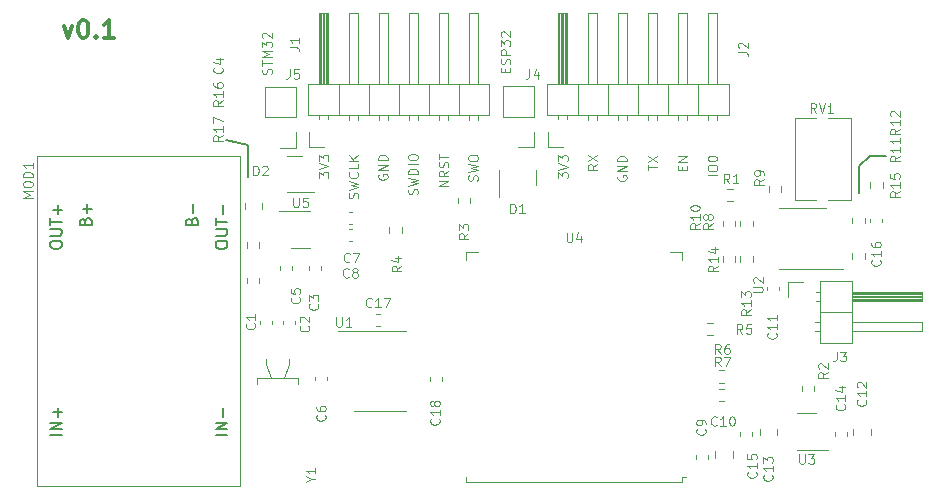
<source format=gbr>
%TF.GenerationSoftware,KiCad,Pcbnew,7.0.10*%
%TF.CreationDate,2024-02-02T07:34:31+01:00*%
%TF.ProjectId,stm32_esp32_pcb,73746d33-325f-4657-9370-33325f706362,rev?*%
%TF.SameCoordinates,Original*%
%TF.FileFunction,Legend,Top*%
%TF.FilePolarity,Positive*%
%FSLAX46Y46*%
G04 Gerber Fmt 4.6, Leading zero omitted, Abs format (unit mm)*
G04 Created by KiCad (PCBNEW 7.0.10) date 2024-02-02 07:34:31*
%MOMM*%
%LPD*%
G01*
G04 APERTURE LIST*
%ADD10C,0.150000*%
%ADD11C,0.100000*%
%ADD12C,0.300000*%
%ADD13C,0.120000*%
G04 APERTURE END LIST*
D10*
X152300000Y-60600000D02*
X150400000Y-60200000D01*
X204000000Y-62400000D02*
X205000000Y-61500000D01*
X205000000Y-61500000D02*
X206300000Y-61500000D01*
X204000000Y-64700000D02*
X204000000Y-62400000D01*
X152300000Y-63300000D02*
X152300000Y-60600000D01*
D11*
X169264895Y-64084836D02*
X168464895Y-64084836D01*
X168464895Y-64084836D02*
X169264895Y-63627693D01*
X169264895Y-63627693D02*
X168464895Y-63627693D01*
X169264895Y-62789598D02*
X168883942Y-63056265D01*
X169264895Y-63246741D02*
X168464895Y-63246741D01*
X168464895Y-63246741D02*
X168464895Y-62941979D01*
X168464895Y-62941979D02*
X168502990Y-62865789D01*
X168502990Y-62865789D02*
X168541085Y-62827694D01*
X168541085Y-62827694D02*
X168617276Y-62789598D01*
X168617276Y-62789598D02*
X168731561Y-62789598D01*
X168731561Y-62789598D02*
X168807752Y-62827694D01*
X168807752Y-62827694D02*
X168845847Y-62865789D01*
X168845847Y-62865789D02*
X168883942Y-62941979D01*
X168883942Y-62941979D02*
X168883942Y-63246741D01*
X169226800Y-62484837D02*
X169264895Y-62370551D01*
X169264895Y-62370551D02*
X169264895Y-62180075D01*
X169264895Y-62180075D02*
X169226800Y-62103884D01*
X169226800Y-62103884D02*
X169188704Y-62065789D01*
X169188704Y-62065789D02*
X169112514Y-62027694D01*
X169112514Y-62027694D02*
X169036323Y-62027694D01*
X169036323Y-62027694D02*
X168960133Y-62065789D01*
X168960133Y-62065789D02*
X168922038Y-62103884D01*
X168922038Y-62103884D02*
X168883942Y-62180075D01*
X168883942Y-62180075D02*
X168845847Y-62332456D01*
X168845847Y-62332456D02*
X168807752Y-62408646D01*
X168807752Y-62408646D02*
X168769657Y-62446741D01*
X168769657Y-62446741D02*
X168693466Y-62484837D01*
X168693466Y-62484837D02*
X168617276Y-62484837D01*
X168617276Y-62484837D02*
X168541085Y-62446741D01*
X168541085Y-62446741D02*
X168502990Y-62408646D01*
X168502990Y-62408646D02*
X168464895Y-62332456D01*
X168464895Y-62332456D02*
X168464895Y-62141979D01*
X168464895Y-62141979D02*
X168502990Y-62027694D01*
X168464895Y-61799122D02*
X168464895Y-61341979D01*
X169264895Y-61570551D02*
X168464895Y-61570551D01*
X178564895Y-63411027D02*
X178564895Y-62915789D01*
X178564895Y-62915789D02*
X178869657Y-63182455D01*
X178869657Y-63182455D02*
X178869657Y-63068170D01*
X178869657Y-63068170D02*
X178907752Y-62991979D01*
X178907752Y-62991979D02*
X178945847Y-62953884D01*
X178945847Y-62953884D02*
X179022038Y-62915789D01*
X179022038Y-62915789D02*
X179212514Y-62915789D01*
X179212514Y-62915789D02*
X179288704Y-62953884D01*
X179288704Y-62953884D02*
X179326800Y-62991979D01*
X179326800Y-62991979D02*
X179364895Y-63068170D01*
X179364895Y-63068170D02*
X179364895Y-63296741D01*
X179364895Y-63296741D02*
X179326800Y-63372932D01*
X179326800Y-63372932D02*
X179288704Y-63411027D01*
X178564895Y-62687217D02*
X179364895Y-62420550D01*
X179364895Y-62420550D02*
X178564895Y-62153884D01*
X178564895Y-61963408D02*
X178564895Y-61468170D01*
X178564895Y-61468170D02*
X178869657Y-61734836D01*
X178869657Y-61734836D02*
X178869657Y-61620551D01*
X178869657Y-61620551D02*
X178907752Y-61544360D01*
X178907752Y-61544360D02*
X178945847Y-61506265D01*
X178945847Y-61506265D02*
X179022038Y-61468170D01*
X179022038Y-61468170D02*
X179212514Y-61468170D01*
X179212514Y-61468170D02*
X179288704Y-61506265D01*
X179288704Y-61506265D02*
X179326800Y-61544360D01*
X179326800Y-61544360D02*
X179364895Y-61620551D01*
X179364895Y-61620551D02*
X179364895Y-61849122D01*
X179364895Y-61849122D02*
X179326800Y-61925313D01*
X179326800Y-61925313D02*
X179288704Y-61963408D01*
X183602990Y-63194360D02*
X183564895Y-63270550D01*
X183564895Y-63270550D02*
X183564895Y-63384836D01*
X183564895Y-63384836D02*
X183602990Y-63499122D01*
X183602990Y-63499122D02*
X183679180Y-63575312D01*
X183679180Y-63575312D02*
X183755371Y-63613407D01*
X183755371Y-63613407D02*
X183907752Y-63651503D01*
X183907752Y-63651503D02*
X184022038Y-63651503D01*
X184022038Y-63651503D02*
X184174419Y-63613407D01*
X184174419Y-63613407D02*
X184250609Y-63575312D01*
X184250609Y-63575312D02*
X184326800Y-63499122D01*
X184326800Y-63499122D02*
X184364895Y-63384836D01*
X184364895Y-63384836D02*
X184364895Y-63308645D01*
X184364895Y-63308645D02*
X184326800Y-63194360D01*
X184326800Y-63194360D02*
X184288704Y-63156264D01*
X184288704Y-63156264D02*
X184022038Y-63156264D01*
X184022038Y-63156264D02*
X184022038Y-63308645D01*
X184364895Y-62813407D02*
X183564895Y-62813407D01*
X183564895Y-62813407D02*
X184364895Y-62356264D01*
X184364895Y-62356264D02*
X183564895Y-62356264D01*
X184364895Y-61975312D02*
X183564895Y-61975312D01*
X183564895Y-61975312D02*
X183564895Y-61784836D01*
X183564895Y-61784836D02*
X183602990Y-61670550D01*
X183602990Y-61670550D02*
X183679180Y-61594360D01*
X183679180Y-61594360D02*
X183755371Y-61556265D01*
X183755371Y-61556265D02*
X183907752Y-61518169D01*
X183907752Y-61518169D02*
X184022038Y-61518169D01*
X184022038Y-61518169D02*
X184174419Y-61556265D01*
X184174419Y-61556265D02*
X184250609Y-61594360D01*
X184250609Y-61594360D02*
X184326800Y-61670550D01*
X184326800Y-61670550D02*
X184364895Y-61784836D01*
X184364895Y-61784836D02*
X184364895Y-61975312D01*
X186164895Y-62711027D02*
X186164895Y-62253884D01*
X186964895Y-62482456D02*
X186164895Y-62482456D01*
X186164895Y-62063408D02*
X186964895Y-61530074D01*
X186164895Y-61530074D02*
X186964895Y-62063408D01*
X161576800Y-65087218D02*
X161614895Y-64972932D01*
X161614895Y-64972932D02*
X161614895Y-64782456D01*
X161614895Y-64782456D02*
X161576800Y-64706265D01*
X161576800Y-64706265D02*
X161538704Y-64668170D01*
X161538704Y-64668170D02*
X161462514Y-64630075D01*
X161462514Y-64630075D02*
X161386323Y-64630075D01*
X161386323Y-64630075D02*
X161310133Y-64668170D01*
X161310133Y-64668170D02*
X161272038Y-64706265D01*
X161272038Y-64706265D02*
X161233942Y-64782456D01*
X161233942Y-64782456D02*
X161195847Y-64934837D01*
X161195847Y-64934837D02*
X161157752Y-65011027D01*
X161157752Y-65011027D02*
X161119657Y-65049122D01*
X161119657Y-65049122D02*
X161043466Y-65087218D01*
X161043466Y-65087218D02*
X160967276Y-65087218D01*
X160967276Y-65087218D02*
X160891085Y-65049122D01*
X160891085Y-65049122D02*
X160852990Y-65011027D01*
X160852990Y-65011027D02*
X160814895Y-64934837D01*
X160814895Y-64934837D02*
X160814895Y-64744360D01*
X160814895Y-64744360D02*
X160852990Y-64630075D01*
X160814895Y-64363408D02*
X161614895Y-64172932D01*
X161614895Y-64172932D02*
X161043466Y-64020551D01*
X161043466Y-64020551D02*
X161614895Y-63868170D01*
X161614895Y-63868170D02*
X160814895Y-63677694D01*
X161538704Y-62915788D02*
X161576800Y-62953884D01*
X161576800Y-62953884D02*
X161614895Y-63068169D01*
X161614895Y-63068169D02*
X161614895Y-63144360D01*
X161614895Y-63144360D02*
X161576800Y-63258646D01*
X161576800Y-63258646D02*
X161500609Y-63334836D01*
X161500609Y-63334836D02*
X161424419Y-63372931D01*
X161424419Y-63372931D02*
X161272038Y-63411027D01*
X161272038Y-63411027D02*
X161157752Y-63411027D01*
X161157752Y-63411027D02*
X161005371Y-63372931D01*
X161005371Y-63372931D02*
X160929180Y-63334836D01*
X160929180Y-63334836D02*
X160852990Y-63258646D01*
X160852990Y-63258646D02*
X160814895Y-63144360D01*
X160814895Y-63144360D02*
X160814895Y-63068169D01*
X160814895Y-63068169D02*
X160852990Y-62953884D01*
X160852990Y-62953884D02*
X160891085Y-62915788D01*
X161614895Y-62191979D02*
X161614895Y-62572931D01*
X161614895Y-62572931D02*
X160814895Y-62572931D01*
X161614895Y-61925312D02*
X160814895Y-61925312D01*
X161614895Y-61468169D02*
X161157752Y-61811027D01*
X160814895Y-61468169D02*
X161272038Y-61925312D01*
X166626800Y-64758646D02*
X166664895Y-64644360D01*
X166664895Y-64644360D02*
X166664895Y-64453884D01*
X166664895Y-64453884D02*
X166626800Y-64377693D01*
X166626800Y-64377693D02*
X166588704Y-64339598D01*
X166588704Y-64339598D02*
X166512514Y-64301503D01*
X166512514Y-64301503D02*
X166436323Y-64301503D01*
X166436323Y-64301503D02*
X166360133Y-64339598D01*
X166360133Y-64339598D02*
X166322038Y-64377693D01*
X166322038Y-64377693D02*
X166283942Y-64453884D01*
X166283942Y-64453884D02*
X166245847Y-64606265D01*
X166245847Y-64606265D02*
X166207752Y-64682455D01*
X166207752Y-64682455D02*
X166169657Y-64720550D01*
X166169657Y-64720550D02*
X166093466Y-64758646D01*
X166093466Y-64758646D02*
X166017276Y-64758646D01*
X166017276Y-64758646D02*
X165941085Y-64720550D01*
X165941085Y-64720550D02*
X165902990Y-64682455D01*
X165902990Y-64682455D02*
X165864895Y-64606265D01*
X165864895Y-64606265D02*
X165864895Y-64415788D01*
X165864895Y-64415788D02*
X165902990Y-64301503D01*
X165864895Y-64034836D02*
X166664895Y-63844360D01*
X166664895Y-63844360D02*
X166093466Y-63691979D01*
X166093466Y-63691979D02*
X166664895Y-63539598D01*
X166664895Y-63539598D02*
X165864895Y-63349122D01*
X166664895Y-63044359D02*
X165864895Y-63044359D01*
X165864895Y-63044359D02*
X165864895Y-62853883D01*
X165864895Y-62853883D02*
X165902990Y-62739597D01*
X165902990Y-62739597D02*
X165979180Y-62663407D01*
X165979180Y-62663407D02*
X166055371Y-62625312D01*
X166055371Y-62625312D02*
X166207752Y-62587216D01*
X166207752Y-62587216D02*
X166322038Y-62587216D01*
X166322038Y-62587216D02*
X166474419Y-62625312D01*
X166474419Y-62625312D02*
X166550609Y-62663407D01*
X166550609Y-62663407D02*
X166626800Y-62739597D01*
X166626800Y-62739597D02*
X166664895Y-62853883D01*
X166664895Y-62853883D02*
X166664895Y-63044359D01*
X166664895Y-62244359D02*
X165864895Y-62244359D01*
X165864895Y-61711026D02*
X165864895Y-61558645D01*
X165864895Y-61558645D02*
X165902990Y-61482455D01*
X165902990Y-61482455D02*
X165979180Y-61406264D01*
X165979180Y-61406264D02*
X166131561Y-61368169D01*
X166131561Y-61368169D02*
X166398228Y-61368169D01*
X166398228Y-61368169D02*
X166550609Y-61406264D01*
X166550609Y-61406264D02*
X166626800Y-61482455D01*
X166626800Y-61482455D02*
X166664895Y-61558645D01*
X166664895Y-61558645D02*
X166664895Y-61711026D01*
X166664895Y-61711026D02*
X166626800Y-61787217D01*
X166626800Y-61787217D02*
X166550609Y-61863407D01*
X166550609Y-61863407D02*
X166398228Y-61901503D01*
X166398228Y-61901503D02*
X166131561Y-61901503D01*
X166131561Y-61901503D02*
X165979180Y-61863407D01*
X165979180Y-61863407D02*
X165902990Y-61787217D01*
X165902990Y-61787217D02*
X165864895Y-61711026D01*
X171726800Y-63627694D02*
X171764895Y-63513408D01*
X171764895Y-63513408D02*
X171764895Y-63322932D01*
X171764895Y-63322932D02*
X171726800Y-63246741D01*
X171726800Y-63246741D02*
X171688704Y-63208646D01*
X171688704Y-63208646D02*
X171612514Y-63170551D01*
X171612514Y-63170551D02*
X171536323Y-63170551D01*
X171536323Y-63170551D02*
X171460133Y-63208646D01*
X171460133Y-63208646D02*
X171422038Y-63246741D01*
X171422038Y-63246741D02*
X171383942Y-63322932D01*
X171383942Y-63322932D02*
X171345847Y-63475313D01*
X171345847Y-63475313D02*
X171307752Y-63551503D01*
X171307752Y-63551503D02*
X171269657Y-63589598D01*
X171269657Y-63589598D02*
X171193466Y-63627694D01*
X171193466Y-63627694D02*
X171117276Y-63627694D01*
X171117276Y-63627694D02*
X171041085Y-63589598D01*
X171041085Y-63589598D02*
X171002990Y-63551503D01*
X171002990Y-63551503D02*
X170964895Y-63475313D01*
X170964895Y-63475313D02*
X170964895Y-63284836D01*
X170964895Y-63284836D02*
X171002990Y-63170551D01*
X170964895Y-62903884D02*
X171764895Y-62713408D01*
X171764895Y-62713408D02*
X171193466Y-62561027D01*
X171193466Y-62561027D02*
X171764895Y-62408646D01*
X171764895Y-62408646D02*
X170964895Y-62218170D01*
X170964895Y-61761026D02*
X170964895Y-61608645D01*
X170964895Y-61608645D02*
X171002990Y-61532455D01*
X171002990Y-61532455D02*
X171079180Y-61456264D01*
X171079180Y-61456264D02*
X171231561Y-61418169D01*
X171231561Y-61418169D02*
X171498228Y-61418169D01*
X171498228Y-61418169D02*
X171650609Y-61456264D01*
X171650609Y-61456264D02*
X171726800Y-61532455D01*
X171726800Y-61532455D02*
X171764895Y-61608645D01*
X171764895Y-61608645D02*
X171764895Y-61761026D01*
X171764895Y-61761026D02*
X171726800Y-61837217D01*
X171726800Y-61837217D02*
X171650609Y-61913407D01*
X171650609Y-61913407D02*
X171498228Y-61951503D01*
X171498228Y-61951503D02*
X171231561Y-61951503D01*
X171231561Y-61951503D02*
X171079180Y-61913407D01*
X171079180Y-61913407D02*
X171002990Y-61837217D01*
X171002990Y-61837217D02*
X170964895Y-61761026D01*
X174077847Y-54443734D02*
X174077847Y-54177068D01*
X174496895Y-54062782D02*
X174496895Y-54443734D01*
X174496895Y-54443734D02*
X173696895Y-54443734D01*
X173696895Y-54443734D02*
X173696895Y-54062782D01*
X174458800Y-53758020D02*
X174496895Y-53643734D01*
X174496895Y-53643734D02*
X174496895Y-53453258D01*
X174496895Y-53453258D02*
X174458800Y-53377067D01*
X174458800Y-53377067D02*
X174420704Y-53338972D01*
X174420704Y-53338972D02*
X174344514Y-53300877D01*
X174344514Y-53300877D02*
X174268323Y-53300877D01*
X174268323Y-53300877D02*
X174192133Y-53338972D01*
X174192133Y-53338972D02*
X174154038Y-53377067D01*
X174154038Y-53377067D02*
X174115942Y-53453258D01*
X174115942Y-53453258D02*
X174077847Y-53605639D01*
X174077847Y-53605639D02*
X174039752Y-53681829D01*
X174039752Y-53681829D02*
X174001657Y-53719924D01*
X174001657Y-53719924D02*
X173925466Y-53758020D01*
X173925466Y-53758020D02*
X173849276Y-53758020D01*
X173849276Y-53758020D02*
X173773085Y-53719924D01*
X173773085Y-53719924D02*
X173734990Y-53681829D01*
X173734990Y-53681829D02*
X173696895Y-53605639D01*
X173696895Y-53605639D02*
X173696895Y-53415162D01*
X173696895Y-53415162D02*
X173734990Y-53300877D01*
X174496895Y-52958019D02*
X173696895Y-52958019D01*
X173696895Y-52958019D02*
X173696895Y-52653257D01*
X173696895Y-52653257D02*
X173734990Y-52577067D01*
X173734990Y-52577067D02*
X173773085Y-52538972D01*
X173773085Y-52538972D02*
X173849276Y-52500876D01*
X173849276Y-52500876D02*
X173963561Y-52500876D01*
X173963561Y-52500876D02*
X174039752Y-52538972D01*
X174039752Y-52538972D02*
X174077847Y-52577067D01*
X174077847Y-52577067D02*
X174115942Y-52653257D01*
X174115942Y-52653257D02*
X174115942Y-52958019D01*
X173696895Y-52234210D02*
X173696895Y-51738972D01*
X173696895Y-51738972D02*
X174001657Y-52005638D01*
X174001657Y-52005638D02*
X174001657Y-51891353D01*
X174001657Y-51891353D02*
X174039752Y-51815162D01*
X174039752Y-51815162D02*
X174077847Y-51777067D01*
X174077847Y-51777067D02*
X174154038Y-51738972D01*
X174154038Y-51738972D02*
X174344514Y-51738972D01*
X174344514Y-51738972D02*
X174420704Y-51777067D01*
X174420704Y-51777067D02*
X174458800Y-51815162D01*
X174458800Y-51815162D02*
X174496895Y-51891353D01*
X174496895Y-51891353D02*
X174496895Y-52119924D01*
X174496895Y-52119924D02*
X174458800Y-52196115D01*
X174458800Y-52196115D02*
X174420704Y-52234210D01*
X173773085Y-51434210D02*
X173734990Y-51396114D01*
X173734990Y-51396114D02*
X173696895Y-51319924D01*
X173696895Y-51319924D02*
X173696895Y-51129448D01*
X173696895Y-51129448D02*
X173734990Y-51053257D01*
X173734990Y-51053257D02*
X173773085Y-51015162D01*
X173773085Y-51015162D02*
X173849276Y-50977067D01*
X173849276Y-50977067D02*
X173925466Y-50977067D01*
X173925466Y-50977067D02*
X174039752Y-51015162D01*
X174039752Y-51015162D02*
X174496895Y-51472305D01*
X174496895Y-51472305D02*
X174496895Y-50977067D01*
X163352990Y-63094360D02*
X163314895Y-63170550D01*
X163314895Y-63170550D02*
X163314895Y-63284836D01*
X163314895Y-63284836D02*
X163352990Y-63399122D01*
X163352990Y-63399122D02*
X163429180Y-63475312D01*
X163429180Y-63475312D02*
X163505371Y-63513407D01*
X163505371Y-63513407D02*
X163657752Y-63551503D01*
X163657752Y-63551503D02*
X163772038Y-63551503D01*
X163772038Y-63551503D02*
X163924419Y-63513407D01*
X163924419Y-63513407D02*
X164000609Y-63475312D01*
X164000609Y-63475312D02*
X164076800Y-63399122D01*
X164076800Y-63399122D02*
X164114895Y-63284836D01*
X164114895Y-63284836D02*
X164114895Y-63208645D01*
X164114895Y-63208645D02*
X164076800Y-63094360D01*
X164076800Y-63094360D02*
X164038704Y-63056264D01*
X164038704Y-63056264D02*
X163772038Y-63056264D01*
X163772038Y-63056264D02*
X163772038Y-63208645D01*
X164114895Y-62713407D02*
X163314895Y-62713407D01*
X163314895Y-62713407D02*
X164114895Y-62256264D01*
X164114895Y-62256264D02*
X163314895Y-62256264D01*
X164114895Y-61875312D02*
X163314895Y-61875312D01*
X163314895Y-61875312D02*
X163314895Y-61684836D01*
X163314895Y-61684836D02*
X163352990Y-61570550D01*
X163352990Y-61570550D02*
X163429180Y-61494360D01*
X163429180Y-61494360D02*
X163505371Y-61456265D01*
X163505371Y-61456265D02*
X163657752Y-61418169D01*
X163657752Y-61418169D02*
X163772038Y-61418169D01*
X163772038Y-61418169D02*
X163924419Y-61456265D01*
X163924419Y-61456265D02*
X164000609Y-61494360D01*
X164000609Y-61494360D02*
X164076800Y-61570550D01*
X164076800Y-61570550D02*
X164114895Y-61684836D01*
X164114895Y-61684836D02*
X164114895Y-61875312D01*
X192014895Y-63156264D02*
X191214895Y-63156264D01*
X191214895Y-62622931D02*
X191214895Y-62470550D01*
X191214895Y-62470550D02*
X191252990Y-62394360D01*
X191252990Y-62394360D02*
X191329180Y-62318169D01*
X191329180Y-62318169D02*
X191481561Y-62280074D01*
X191481561Y-62280074D02*
X191748228Y-62280074D01*
X191748228Y-62280074D02*
X191900609Y-62318169D01*
X191900609Y-62318169D02*
X191976800Y-62394360D01*
X191976800Y-62394360D02*
X192014895Y-62470550D01*
X192014895Y-62470550D02*
X192014895Y-62622931D01*
X192014895Y-62622931D02*
X191976800Y-62699122D01*
X191976800Y-62699122D02*
X191900609Y-62775312D01*
X191900609Y-62775312D02*
X191748228Y-62813408D01*
X191748228Y-62813408D02*
X191481561Y-62813408D01*
X191481561Y-62813408D02*
X191329180Y-62775312D01*
X191329180Y-62775312D02*
X191252990Y-62699122D01*
X191252990Y-62699122D02*
X191214895Y-62622931D01*
X191214895Y-61784836D02*
X191214895Y-61708646D01*
X191214895Y-61708646D02*
X191252990Y-61632455D01*
X191252990Y-61632455D02*
X191291085Y-61594360D01*
X191291085Y-61594360D02*
X191367276Y-61556265D01*
X191367276Y-61556265D02*
X191519657Y-61518170D01*
X191519657Y-61518170D02*
X191710133Y-61518170D01*
X191710133Y-61518170D02*
X191862514Y-61556265D01*
X191862514Y-61556265D02*
X191938704Y-61594360D01*
X191938704Y-61594360D02*
X191976800Y-61632455D01*
X191976800Y-61632455D02*
X192014895Y-61708646D01*
X192014895Y-61708646D02*
X192014895Y-61784836D01*
X192014895Y-61784836D02*
X191976800Y-61861027D01*
X191976800Y-61861027D02*
X191938704Y-61899122D01*
X191938704Y-61899122D02*
X191862514Y-61937217D01*
X191862514Y-61937217D02*
X191710133Y-61975313D01*
X191710133Y-61975313D02*
X191519657Y-61975313D01*
X191519657Y-61975313D02*
X191367276Y-61937217D01*
X191367276Y-61937217D02*
X191291085Y-61899122D01*
X191291085Y-61899122D02*
X191252990Y-61861027D01*
X191252990Y-61861027D02*
X191214895Y-61784836D01*
X181864895Y-62230074D02*
X181483942Y-62496741D01*
X181864895Y-62687217D02*
X181064895Y-62687217D01*
X181064895Y-62687217D02*
X181064895Y-62382455D01*
X181064895Y-62382455D02*
X181102990Y-62306265D01*
X181102990Y-62306265D02*
X181141085Y-62268170D01*
X181141085Y-62268170D02*
X181217276Y-62230074D01*
X181217276Y-62230074D02*
X181331561Y-62230074D01*
X181331561Y-62230074D02*
X181407752Y-62268170D01*
X181407752Y-62268170D02*
X181445847Y-62306265D01*
X181445847Y-62306265D02*
X181483942Y-62382455D01*
X181483942Y-62382455D02*
X181483942Y-62687217D01*
X181064895Y-61963408D02*
X181864895Y-61430074D01*
X181064895Y-61430074D02*
X181864895Y-61963408D01*
X154258800Y-54581830D02*
X154296895Y-54467544D01*
X154296895Y-54467544D02*
X154296895Y-54277068D01*
X154296895Y-54277068D02*
X154258800Y-54200877D01*
X154258800Y-54200877D02*
X154220704Y-54162782D01*
X154220704Y-54162782D02*
X154144514Y-54124687D01*
X154144514Y-54124687D02*
X154068323Y-54124687D01*
X154068323Y-54124687D02*
X153992133Y-54162782D01*
X153992133Y-54162782D02*
X153954038Y-54200877D01*
X153954038Y-54200877D02*
X153915942Y-54277068D01*
X153915942Y-54277068D02*
X153877847Y-54429449D01*
X153877847Y-54429449D02*
X153839752Y-54505639D01*
X153839752Y-54505639D02*
X153801657Y-54543734D01*
X153801657Y-54543734D02*
X153725466Y-54581830D01*
X153725466Y-54581830D02*
X153649276Y-54581830D01*
X153649276Y-54581830D02*
X153573085Y-54543734D01*
X153573085Y-54543734D02*
X153534990Y-54505639D01*
X153534990Y-54505639D02*
X153496895Y-54429449D01*
X153496895Y-54429449D02*
X153496895Y-54238972D01*
X153496895Y-54238972D02*
X153534990Y-54124687D01*
X153496895Y-53896115D02*
X153496895Y-53438972D01*
X154296895Y-53667544D02*
X153496895Y-53667544D01*
X154296895Y-53172305D02*
X153496895Y-53172305D01*
X153496895Y-53172305D02*
X154068323Y-52905639D01*
X154068323Y-52905639D02*
X153496895Y-52638972D01*
X153496895Y-52638972D02*
X154296895Y-52638972D01*
X153496895Y-52334210D02*
X153496895Y-51838972D01*
X153496895Y-51838972D02*
X153801657Y-52105638D01*
X153801657Y-52105638D02*
X153801657Y-51991353D01*
X153801657Y-51991353D02*
X153839752Y-51915162D01*
X153839752Y-51915162D02*
X153877847Y-51877067D01*
X153877847Y-51877067D02*
X153954038Y-51838972D01*
X153954038Y-51838972D02*
X154144514Y-51838972D01*
X154144514Y-51838972D02*
X154220704Y-51877067D01*
X154220704Y-51877067D02*
X154258800Y-51915162D01*
X154258800Y-51915162D02*
X154296895Y-51991353D01*
X154296895Y-51991353D02*
X154296895Y-52219924D01*
X154296895Y-52219924D02*
X154258800Y-52296115D01*
X154258800Y-52296115D02*
X154220704Y-52334210D01*
X153573085Y-51534210D02*
X153534990Y-51496114D01*
X153534990Y-51496114D02*
X153496895Y-51419924D01*
X153496895Y-51419924D02*
X153496895Y-51229448D01*
X153496895Y-51229448D02*
X153534990Y-51153257D01*
X153534990Y-51153257D02*
X153573085Y-51115162D01*
X153573085Y-51115162D02*
X153649276Y-51077067D01*
X153649276Y-51077067D02*
X153725466Y-51077067D01*
X153725466Y-51077067D02*
X153839752Y-51115162D01*
X153839752Y-51115162D02*
X154296895Y-51572305D01*
X154296895Y-51572305D02*
X154296895Y-51077067D01*
X189045847Y-62737217D02*
X189045847Y-62470551D01*
X189464895Y-62356265D02*
X189464895Y-62737217D01*
X189464895Y-62737217D02*
X188664895Y-62737217D01*
X188664895Y-62737217D02*
X188664895Y-62356265D01*
X189464895Y-62013407D02*
X188664895Y-62013407D01*
X188664895Y-62013407D02*
X189464895Y-61556264D01*
X189464895Y-61556264D02*
X188664895Y-61556264D01*
X158314895Y-63361027D02*
X158314895Y-62865789D01*
X158314895Y-62865789D02*
X158619657Y-63132455D01*
X158619657Y-63132455D02*
X158619657Y-63018170D01*
X158619657Y-63018170D02*
X158657752Y-62941979D01*
X158657752Y-62941979D02*
X158695847Y-62903884D01*
X158695847Y-62903884D02*
X158772038Y-62865789D01*
X158772038Y-62865789D02*
X158962514Y-62865789D01*
X158962514Y-62865789D02*
X159038704Y-62903884D01*
X159038704Y-62903884D02*
X159076800Y-62941979D01*
X159076800Y-62941979D02*
X159114895Y-63018170D01*
X159114895Y-63018170D02*
X159114895Y-63246741D01*
X159114895Y-63246741D02*
X159076800Y-63322932D01*
X159076800Y-63322932D02*
X159038704Y-63361027D01*
X158314895Y-62637217D02*
X159114895Y-62370550D01*
X159114895Y-62370550D02*
X158314895Y-62103884D01*
X158314895Y-61913408D02*
X158314895Y-61418170D01*
X158314895Y-61418170D02*
X158619657Y-61684836D01*
X158619657Y-61684836D02*
X158619657Y-61570551D01*
X158619657Y-61570551D02*
X158657752Y-61494360D01*
X158657752Y-61494360D02*
X158695847Y-61456265D01*
X158695847Y-61456265D02*
X158772038Y-61418170D01*
X158772038Y-61418170D02*
X158962514Y-61418170D01*
X158962514Y-61418170D02*
X159038704Y-61456265D01*
X159038704Y-61456265D02*
X159076800Y-61494360D01*
X159076800Y-61494360D02*
X159114895Y-61570551D01*
X159114895Y-61570551D02*
X159114895Y-61799122D01*
X159114895Y-61799122D02*
X159076800Y-61875313D01*
X159076800Y-61875313D02*
X159038704Y-61913408D01*
D12*
X136711653Y-50500828D02*
X137068796Y-51500828D01*
X137068796Y-51500828D02*
X137425939Y-50500828D01*
X138283082Y-50000828D02*
X138425939Y-50000828D01*
X138425939Y-50000828D02*
X138568796Y-50072257D01*
X138568796Y-50072257D02*
X138640225Y-50143685D01*
X138640225Y-50143685D02*
X138711653Y-50286542D01*
X138711653Y-50286542D02*
X138783082Y-50572257D01*
X138783082Y-50572257D02*
X138783082Y-50929400D01*
X138783082Y-50929400D02*
X138711653Y-51215114D01*
X138711653Y-51215114D02*
X138640225Y-51357971D01*
X138640225Y-51357971D02*
X138568796Y-51429400D01*
X138568796Y-51429400D02*
X138425939Y-51500828D01*
X138425939Y-51500828D02*
X138283082Y-51500828D01*
X138283082Y-51500828D02*
X138140225Y-51429400D01*
X138140225Y-51429400D02*
X138068796Y-51357971D01*
X138068796Y-51357971D02*
X137997367Y-51215114D01*
X137997367Y-51215114D02*
X137925939Y-50929400D01*
X137925939Y-50929400D02*
X137925939Y-50572257D01*
X137925939Y-50572257D02*
X137997367Y-50286542D01*
X137997367Y-50286542D02*
X138068796Y-50143685D01*
X138068796Y-50143685D02*
X138140225Y-50072257D01*
X138140225Y-50072257D02*
X138283082Y-50000828D01*
X139425938Y-51357971D02*
X139497367Y-51429400D01*
X139497367Y-51429400D02*
X139425938Y-51500828D01*
X139425938Y-51500828D02*
X139354510Y-51429400D01*
X139354510Y-51429400D02*
X139425938Y-51357971D01*
X139425938Y-51357971D02*
X139425938Y-51500828D01*
X140925939Y-51500828D02*
X140068796Y-51500828D01*
X140497367Y-51500828D02*
X140497367Y-50000828D01*
X140497367Y-50000828D02*
X140354510Y-50215114D01*
X140354510Y-50215114D02*
X140211653Y-50357971D01*
X140211653Y-50357971D02*
X140068796Y-50429400D01*
D11*
X179290476Y-68014895D02*
X179290476Y-68662514D01*
X179290476Y-68662514D02*
X179328571Y-68738704D01*
X179328571Y-68738704D02*
X179366666Y-68776800D01*
X179366666Y-68776800D02*
X179442857Y-68814895D01*
X179442857Y-68814895D02*
X179595238Y-68814895D01*
X179595238Y-68814895D02*
X179671428Y-68776800D01*
X179671428Y-68776800D02*
X179709523Y-68738704D01*
X179709523Y-68738704D02*
X179747619Y-68662514D01*
X179747619Y-68662514D02*
X179747619Y-68014895D01*
X180471428Y-68281561D02*
X180471428Y-68814895D01*
X180280952Y-67976800D02*
X180090475Y-68548228D01*
X180090475Y-68548228D02*
X180585714Y-68548228D01*
X201364895Y-79833332D02*
X200983942Y-80099999D01*
X201364895Y-80290475D02*
X200564895Y-80290475D01*
X200564895Y-80290475D02*
X200564895Y-79985713D01*
X200564895Y-79985713D02*
X200602990Y-79909523D01*
X200602990Y-79909523D02*
X200641085Y-79871428D01*
X200641085Y-79871428D02*
X200717276Y-79833332D01*
X200717276Y-79833332D02*
X200831561Y-79833332D01*
X200831561Y-79833332D02*
X200907752Y-79871428D01*
X200907752Y-79871428D02*
X200945847Y-79909523D01*
X200945847Y-79909523D02*
X200983942Y-79985713D01*
X200983942Y-79985713D02*
X200983942Y-80290475D01*
X200641085Y-79528571D02*
X200602990Y-79490475D01*
X200602990Y-79490475D02*
X200564895Y-79414285D01*
X200564895Y-79414285D02*
X200564895Y-79223809D01*
X200564895Y-79223809D02*
X200602990Y-79147618D01*
X200602990Y-79147618D02*
X200641085Y-79109523D01*
X200641085Y-79109523D02*
X200717276Y-79071428D01*
X200717276Y-79071428D02*
X200793466Y-79071428D01*
X200793466Y-79071428D02*
X200907752Y-79109523D01*
X200907752Y-79109523D02*
X201364895Y-79566666D01*
X201364895Y-79566666D02*
X201364895Y-79071428D01*
X207464895Y-61514285D02*
X207083942Y-61780952D01*
X207464895Y-61971428D02*
X206664895Y-61971428D01*
X206664895Y-61971428D02*
X206664895Y-61666666D01*
X206664895Y-61666666D02*
X206702990Y-61590476D01*
X206702990Y-61590476D02*
X206741085Y-61552381D01*
X206741085Y-61552381D02*
X206817276Y-61514285D01*
X206817276Y-61514285D02*
X206931561Y-61514285D01*
X206931561Y-61514285D02*
X207007752Y-61552381D01*
X207007752Y-61552381D02*
X207045847Y-61590476D01*
X207045847Y-61590476D02*
X207083942Y-61666666D01*
X207083942Y-61666666D02*
X207083942Y-61971428D01*
X207464895Y-60752381D02*
X207464895Y-61209524D01*
X207464895Y-60980952D02*
X206664895Y-60980952D01*
X206664895Y-60980952D02*
X206779180Y-61057143D01*
X206779180Y-61057143D02*
X206855371Y-61133333D01*
X206855371Y-61133333D02*
X206893466Y-61209524D01*
X207464895Y-59990476D02*
X207464895Y-60447619D01*
X207464895Y-60219047D02*
X206664895Y-60219047D01*
X206664895Y-60219047D02*
X206779180Y-60295238D01*
X206779180Y-60295238D02*
X206855371Y-60371428D01*
X206855371Y-60371428D02*
X206893466Y-60447619D01*
X170964895Y-68083332D02*
X170583942Y-68349999D01*
X170964895Y-68540475D02*
X170164895Y-68540475D01*
X170164895Y-68540475D02*
X170164895Y-68235713D01*
X170164895Y-68235713D02*
X170202990Y-68159523D01*
X170202990Y-68159523D02*
X170241085Y-68121428D01*
X170241085Y-68121428D02*
X170317276Y-68083332D01*
X170317276Y-68083332D02*
X170431561Y-68083332D01*
X170431561Y-68083332D02*
X170507752Y-68121428D01*
X170507752Y-68121428D02*
X170545847Y-68159523D01*
X170545847Y-68159523D02*
X170583942Y-68235713D01*
X170583942Y-68235713D02*
X170583942Y-68540475D01*
X170164895Y-67816666D02*
X170164895Y-67321428D01*
X170164895Y-67321428D02*
X170469657Y-67588094D01*
X170469657Y-67588094D02*
X170469657Y-67473809D01*
X170469657Y-67473809D02*
X170507752Y-67397618D01*
X170507752Y-67397618D02*
X170545847Y-67359523D01*
X170545847Y-67359523D02*
X170622038Y-67321428D01*
X170622038Y-67321428D02*
X170812514Y-67321428D01*
X170812514Y-67321428D02*
X170888704Y-67359523D01*
X170888704Y-67359523D02*
X170926800Y-67397618D01*
X170926800Y-67397618D02*
X170964895Y-67473809D01*
X170964895Y-67473809D02*
X170964895Y-67702380D01*
X170964895Y-67702380D02*
X170926800Y-67778571D01*
X170926800Y-67778571D02*
X170888704Y-67816666D01*
X158188704Y-74033332D02*
X158226800Y-74071428D01*
X158226800Y-74071428D02*
X158264895Y-74185713D01*
X158264895Y-74185713D02*
X158264895Y-74261904D01*
X158264895Y-74261904D02*
X158226800Y-74376190D01*
X158226800Y-74376190D02*
X158150609Y-74452380D01*
X158150609Y-74452380D02*
X158074419Y-74490475D01*
X158074419Y-74490475D02*
X157922038Y-74528571D01*
X157922038Y-74528571D02*
X157807752Y-74528571D01*
X157807752Y-74528571D02*
X157655371Y-74490475D01*
X157655371Y-74490475D02*
X157579180Y-74452380D01*
X157579180Y-74452380D02*
X157502990Y-74376190D01*
X157502990Y-74376190D02*
X157464895Y-74261904D01*
X157464895Y-74261904D02*
X157464895Y-74185713D01*
X157464895Y-74185713D02*
X157502990Y-74071428D01*
X157502990Y-74071428D02*
X157541085Y-74033332D01*
X157464895Y-73766666D02*
X157464895Y-73271428D01*
X157464895Y-73271428D02*
X157769657Y-73538094D01*
X157769657Y-73538094D02*
X157769657Y-73423809D01*
X157769657Y-73423809D02*
X157807752Y-73347618D01*
X157807752Y-73347618D02*
X157845847Y-73309523D01*
X157845847Y-73309523D02*
X157922038Y-73271428D01*
X157922038Y-73271428D02*
X158112514Y-73271428D01*
X158112514Y-73271428D02*
X158188704Y-73309523D01*
X158188704Y-73309523D02*
X158226800Y-73347618D01*
X158226800Y-73347618D02*
X158264895Y-73423809D01*
X158264895Y-73423809D02*
X158264895Y-73652380D01*
X158264895Y-73652380D02*
X158226800Y-73728571D01*
X158226800Y-73728571D02*
X158188704Y-73766666D01*
X194864895Y-74514285D02*
X194483942Y-74780952D01*
X194864895Y-74971428D02*
X194064895Y-74971428D01*
X194064895Y-74971428D02*
X194064895Y-74666666D01*
X194064895Y-74666666D02*
X194102990Y-74590476D01*
X194102990Y-74590476D02*
X194141085Y-74552381D01*
X194141085Y-74552381D02*
X194217276Y-74514285D01*
X194217276Y-74514285D02*
X194331561Y-74514285D01*
X194331561Y-74514285D02*
X194407752Y-74552381D01*
X194407752Y-74552381D02*
X194445847Y-74590476D01*
X194445847Y-74590476D02*
X194483942Y-74666666D01*
X194483942Y-74666666D02*
X194483942Y-74971428D01*
X194864895Y-73752381D02*
X194864895Y-74209524D01*
X194864895Y-73980952D02*
X194064895Y-73980952D01*
X194064895Y-73980952D02*
X194179180Y-74057143D01*
X194179180Y-74057143D02*
X194255371Y-74133333D01*
X194255371Y-74133333D02*
X194293466Y-74209524D01*
X194064895Y-73485714D02*
X194064895Y-72990476D01*
X194064895Y-72990476D02*
X194369657Y-73257142D01*
X194369657Y-73257142D02*
X194369657Y-73142857D01*
X194369657Y-73142857D02*
X194407752Y-73066666D01*
X194407752Y-73066666D02*
X194445847Y-73028571D01*
X194445847Y-73028571D02*
X194522038Y-72990476D01*
X194522038Y-72990476D02*
X194712514Y-72990476D01*
X194712514Y-72990476D02*
X194788704Y-73028571D01*
X194788704Y-73028571D02*
X194826800Y-73066666D01*
X194826800Y-73066666D02*
X194864895Y-73142857D01*
X194864895Y-73142857D02*
X194864895Y-73371428D01*
X194864895Y-73371428D02*
X194826800Y-73447619D01*
X194826800Y-73447619D02*
X194788704Y-73485714D01*
X174509524Y-66364895D02*
X174509524Y-65564895D01*
X174509524Y-65564895D02*
X174700000Y-65564895D01*
X174700000Y-65564895D02*
X174814286Y-65602990D01*
X174814286Y-65602990D02*
X174890476Y-65679180D01*
X174890476Y-65679180D02*
X174928571Y-65755371D01*
X174928571Y-65755371D02*
X174966667Y-65907752D01*
X174966667Y-65907752D02*
X174966667Y-66022038D01*
X174966667Y-66022038D02*
X174928571Y-66174419D01*
X174928571Y-66174419D02*
X174890476Y-66250609D01*
X174890476Y-66250609D02*
X174814286Y-66326800D01*
X174814286Y-66326800D02*
X174700000Y-66364895D01*
X174700000Y-66364895D02*
X174509524Y-66364895D01*
X175728571Y-66364895D02*
X175271428Y-66364895D01*
X175500000Y-66364895D02*
X175500000Y-65564895D01*
X175500000Y-65564895D02*
X175423809Y-65679180D01*
X175423809Y-65679180D02*
X175347619Y-65755371D01*
X175347619Y-65755371D02*
X175271428Y-65793466D01*
X160916667Y-70438704D02*
X160878571Y-70476800D01*
X160878571Y-70476800D02*
X160764286Y-70514895D01*
X160764286Y-70514895D02*
X160688095Y-70514895D01*
X160688095Y-70514895D02*
X160573809Y-70476800D01*
X160573809Y-70476800D02*
X160497619Y-70400609D01*
X160497619Y-70400609D02*
X160459524Y-70324419D01*
X160459524Y-70324419D02*
X160421428Y-70172038D01*
X160421428Y-70172038D02*
X160421428Y-70057752D01*
X160421428Y-70057752D02*
X160459524Y-69905371D01*
X160459524Y-69905371D02*
X160497619Y-69829180D01*
X160497619Y-69829180D02*
X160573809Y-69752990D01*
X160573809Y-69752990D02*
X160688095Y-69714895D01*
X160688095Y-69714895D02*
X160764286Y-69714895D01*
X160764286Y-69714895D02*
X160878571Y-69752990D01*
X160878571Y-69752990D02*
X160916667Y-69791085D01*
X161183333Y-69714895D02*
X161716667Y-69714895D01*
X161716667Y-69714895D02*
X161373809Y-70514895D01*
X204588704Y-82164285D02*
X204626800Y-82202381D01*
X204626800Y-82202381D02*
X204664895Y-82316666D01*
X204664895Y-82316666D02*
X204664895Y-82392857D01*
X204664895Y-82392857D02*
X204626800Y-82507143D01*
X204626800Y-82507143D02*
X204550609Y-82583333D01*
X204550609Y-82583333D02*
X204474419Y-82621428D01*
X204474419Y-82621428D02*
X204322038Y-82659524D01*
X204322038Y-82659524D02*
X204207752Y-82659524D01*
X204207752Y-82659524D02*
X204055371Y-82621428D01*
X204055371Y-82621428D02*
X203979180Y-82583333D01*
X203979180Y-82583333D02*
X203902990Y-82507143D01*
X203902990Y-82507143D02*
X203864895Y-82392857D01*
X203864895Y-82392857D02*
X203864895Y-82316666D01*
X203864895Y-82316666D02*
X203902990Y-82202381D01*
X203902990Y-82202381D02*
X203941085Y-82164285D01*
X204664895Y-81402381D02*
X204664895Y-81859524D01*
X204664895Y-81630952D02*
X203864895Y-81630952D01*
X203864895Y-81630952D02*
X203979180Y-81707143D01*
X203979180Y-81707143D02*
X204055371Y-81783333D01*
X204055371Y-81783333D02*
X204093466Y-81859524D01*
X203941085Y-81097619D02*
X203902990Y-81059523D01*
X203902990Y-81059523D02*
X203864895Y-80983333D01*
X203864895Y-80983333D02*
X203864895Y-80792857D01*
X203864895Y-80792857D02*
X203902990Y-80716666D01*
X203902990Y-80716666D02*
X203941085Y-80678571D01*
X203941085Y-80678571D02*
X204017276Y-80640476D01*
X204017276Y-80640476D02*
X204093466Y-80640476D01*
X204093466Y-80640476D02*
X204207752Y-80678571D01*
X204207752Y-80678571D02*
X204664895Y-81135714D01*
X204664895Y-81135714D02*
X204664895Y-80640476D01*
X150164895Y-59764285D02*
X149783942Y-60030952D01*
X150164895Y-60221428D02*
X149364895Y-60221428D01*
X149364895Y-60221428D02*
X149364895Y-59916666D01*
X149364895Y-59916666D02*
X149402990Y-59840476D01*
X149402990Y-59840476D02*
X149441085Y-59802381D01*
X149441085Y-59802381D02*
X149517276Y-59764285D01*
X149517276Y-59764285D02*
X149631561Y-59764285D01*
X149631561Y-59764285D02*
X149707752Y-59802381D01*
X149707752Y-59802381D02*
X149745847Y-59840476D01*
X149745847Y-59840476D02*
X149783942Y-59916666D01*
X149783942Y-59916666D02*
X149783942Y-60221428D01*
X150164895Y-59002381D02*
X150164895Y-59459524D01*
X150164895Y-59230952D02*
X149364895Y-59230952D01*
X149364895Y-59230952D02*
X149479180Y-59307143D01*
X149479180Y-59307143D02*
X149555371Y-59383333D01*
X149555371Y-59383333D02*
X149593466Y-59459524D01*
X149364895Y-58735714D02*
X149364895Y-58202380D01*
X149364895Y-58202380D02*
X150164895Y-58545238D01*
X152838704Y-75683332D02*
X152876800Y-75721428D01*
X152876800Y-75721428D02*
X152914895Y-75835713D01*
X152914895Y-75835713D02*
X152914895Y-75911904D01*
X152914895Y-75911904D02*
X152876800Y-76026190D01*
X152876800Y-76026190D02*
X152800609Y-76102380D01*
X152800609Y-76102380D02*
X152724419Y-76140475D01*
X152724419Y-76140475D02*
X152572038Y-76178571D01*
X152572038Y-76178571D02*
X152457752Y-76178571D01*
X152457752Y-76178571D02*
X152305371Y-76140475D01*
X152305371Y-76140475D02*
X152229180Y-76102380D01*
X152229180Y-76102380D02*
X152152990Y-76026190D01*
X152152990Y-76026190D02*
X152114895Y-75911904D01*
X152114895Y-75911904D02*
X152114895Y-75835713D01*
X152114895Y-75835713D02*
X152152990Y-75721428D01*
X152152990Y-75721428D02*
X152191085Y-75683332D01*
X152914895Y-74921428D02*
X152914895Y-75378571D01*
X152914895Y-75149999D02*
X152114895Y-75149999D01*
X152114895Y-75149999D02*
X152229180Y-75226190D01*
X152229180Y-75226190D02*
X152305371Y-75302380D01*
X152305371Y-75302380D02*
X152343466Y-75378571D01*
X150088704Y-54033332D02*
X150126800Y-54071428D01*
X150126800Y-54071428D02*
X150164895Y-54185713D01*
X150164895Y-54185713D02*
X150164895Y-54261904D01*
X150164895Y-54261904D02*
X150126800Y-54376190D01*
X150126800Y-54376190D02*
X150050609Y-54452380D01*
X150050609Y-54452380D02*
X149974419Y-54490475D01*
X149974419Y-54490475D02*
X149822038Y-54528571D01*
X149822038Y-54528571D02*
X149707752Y-54528571D01*
X149707752Y-54528571D02*
X149555371Y-54490475D01*
X149555371Y-54490475D02*
X149479180Y-54452380D01*
X149479180Y-54452380D02*
X149402990Y-54376190D01*
X149402990Y-54376190D02*
X149364895Y-54261904D01*
X149364895Y-54261904D02*
X149364895Y-54185713D01*
X149364895Y-54185713D02*
X149402990Y-54071428D01*
X149402990Y-54071428D02*
X149441085Y-54033332D01*
X149631561Y-53347618D02*
X150164895Y-53347618D01*
X149326800Y-53538094D02*
X149898228Y-53728571D01*
X149898228Y-53728571D02*
X149898228Y-53233332D01*
X207464895Y-64514285D02*
X207083942Y-64780952D01*
X207464895Y-64971428D02*
X206664895Y-64971428D01*
X206664895Y-64971428D02*
X206664895Y-64666666D01*
X206664895Y-64666666D02*
X206702990Y-64590476D01*
X206702990Y-64590476D02*
X206741085Y-64552381D01*
X206741085Y-64552381D02*
X206817276Y-64514285D01*
X206817276Y-64514285D02*
X206931561Y-64514285D01*
X206931561Y-64514285D02*
X207007752Y-64552381D01*
X207007752Y-64552381D02*
X207045847Y-64590476D01*
X207045847Y-64590476D02*
X207083942Y-64666666D01*
X207083942Y-64666666D02*
X207083942Y-64971428D01*
X207464895Y-63752381D02*
X207464895Y-64209524D01*
X207464895Y-63980952D02*
X206664895Y-63980952D01*
X206664895Y-63980952D02*
X206779180Y-64057143D01*
X206779180Y-64057143D02*
X206855371Y-64133333D01*
X206855371Y-64133333D02*
X206893466Y-64209524D01*
X206664895Y-63028571D02*
X206664895Y-63409523D01*
X206664895Y-63409523D02*
X207045847Y-63447619D01*
X207045847Y-63447619D02*
X207007752Y-63409523D01*
X207007752Y-63409523D02*
X206969657Y-63333333D01*
X206969657Y-63333333D02*
X206969657Y-63142857D01*
X206969657Y-63142857D02*
X207007752Y-63066666D01*
X207007752Y-63066666D02*
X207045847Y-63028571D01*
X207045847Y-63028571D02*
X207122038Y-62990476D01*
X207122038Y-62990476D02*
X207312514Y-62990476D01*
X207312514Y-62990476D02*
X207388704Y-63028571D01*
X207388704Y-63028571D02*
X207426800Y-63066666D01*
X207426800Y-63066666D02*
X207464895Y-63142857D01*
X207464895Y-63142857D02*
X207464895Y-63333333D01*
X207464895Y-63333333D02*
X207426800Y-63409523D01*
X207426800Y-63409523D02*
X207388704Y-63447619D01*
X155814895Y-52316666D02*
X156386323Y-52316666D01*
X156386323Y-52316666D02*
X156500609Y-52354761D01*
X156500609Y-52354761D02*
X156576800Y-52430952D01*
X156576800Y-52430952D02*
X156614895Y-52545237D01*
X156614895Y-52545237D02*
X156614895Y-52621428D01*
X156614895Y-51516666D02*
X156614895Y-51973809D01*
X156614895Y-51745237D02*
X155814895Y-51745237D01*
X155814895Y-51745237D02*
X155929180Y-51821428D01*
X155929180Y-51821428D02*
X156005371Y-51897618D01*
X156005371Y-51897618D02*
X156043466Y-51973809D01*
X160816667Y-71738704D02*
X160778571Y-71776800D01*
X160778571Y-71776800D02*
X160664286Y-71814895D01*
X160664286Y-71814895D02*
X160588095Y-71814895D01*
X160588095Y-71814895D02*
X160473809Y-71776800D01*
X160473809Y-71776800D02*
X160397619Y-71700609D01*
X160397619Y-71700609D02*
X160359524Y-71624419D01*
X160359524Y-71624419D02*
X160321428Y-71472038D01*
X160321428Y-71472038D02*
X160321428Y-71357752D01*
X160321428Y-71357752D02*
X160359524Y-71205371D01*
X160359524Y-71205371D02*
X160397619Y-71129180D01*
X160397619Y-71129180D02*
X160473809Y-71052990D01*
X160473809Y-71052990D02*
X160588095Y-71014895D01*
X160588095Y-71014895D02*
X160664286Y-71014895D01*
X160664286Y-71014895D02*
X160778571Y-71052990D01*
X160778571Y-71052990D02*
X160816667Y-71091085D01*
X161273809Y-71357752D02*
X161197619Y-71319657D01*
X161197619Y-71319657D02*
X161159524Y-71281561D01*
X161159524Y-71281561D02*
X161121428Y-71205371D01*
X161121428Y-71205371D02*
X161121428Y-71167276D01*
X161121428Y-71167276D02*
X161159524Y-71091085D01*
X161159524Y-71091085D02*
X161197619Y-71052990D01*
X161197619Y-71052990D02*
X161273809Y-71014895D01*
X161273809Y-71014895D02*
X161426190Y-71014895D01*
X161426190Y-71014895D02*
X161502381Y-71052990D01*
X161502381Y-71052990D02*
X161540476Y-71091085D01*
X161540476Y-71091085D02*
X161578571Y-71167276D01*
X161578571Y-71167276D02*
X161578571Y-71205371D01*
X161578571Y-71205371D02*
X161540476Y-71281561D01*
X161540476Y-71281561D02*
X161502381Y-71319657D01*
X161502381Y-71319657D02*
X161426190Y-71357752D01*
X161426190Y-71357752D02*
X161273809Y-71357752D01*
X161273809Y-71357752D02*
X161197619Y-71395847D01*
X161197619Y-71395847D02*
X161159524Y-71433942D01*
X161159524Y-71433942D02*
X161121428Y-71510133D01*
X161121428Y-71510133D02*
X161121428Y-71662514D01*
X161121428Y-71662514D02*
X161159524Y-71738704D01*
X161159524Y-71738704D02*
X161197619Y-71776800D01*
X161197619Y-71776800D02*
X161273809Y-71814895D01*
X161273809Y-71814895D02*
X161426190Y-71814895D01*
X161426190Y-71814895D02*
X161502381Y-71776800D01*
X161502381Y-71776800D02*
X161540476Y-71738704D01*
X161540476Y-71738704D02*
X161578571Y-71662514D01*
X161578571Y-71662514D02*
X161578571Y-71510133D01*
X161578571Y-71510133D02*
X161540476Y-71433942D01*
X161540476Y-71433942D02*
X161502381Y-71395847D01*
X161502381Y-71395847D02*
X161426190Y-71357752D01*
X165264895Y-70833332D02*
X164883942Y-71099999D01*
X165264895Y-71290475D02*
X164464895Y-71290475D01*
X164464895Y-71290475D02*
X164464895Y-70985713D01*
X164464895Y-70985713D02*
X164502990Y-70909523D01*
X164502990Y-70909523D02*
X164541085Y-70871428D01*
X164541085Y-70871428D02*
X164617276Y-70833332D01*
X164617276Y-70833332D02*
X164731561Y-70833332D01*
X164731561Y-70833332D02*
X164807752Y-70871428D01*
X164807752Y-70871428D02*
X164845847Y-70909523D01*
X164845847Y-70909523D02*
X164883942Y-70985713D01*
X164883942Y-70985713D02*
X164883942Y-71290475D01*
X164731561Y-70147618D02*
X165264895Y-70147618D01*
X164426800Y-70338094D02*
X164998228Y-70528571D01*
X164998228Y-70528571D02*
X164998228Y-70033332D01*
X193066667Y-63814895D02*
X192800000Y-63433942D01*
X192609524Y-63814895D02*
X192609524Y-63014895D01*
X192609524Y-63014895D02*
X192914286Y-63014895D01*
X192914286Y-63014895D02*
X192990476Y-63052990D01*
X192990476Y-63052990D02*
X193028571Y-63091085D01*
X193028571Y-63091085D02*
X193066667Y-63167276D01*
X193066667Y-63167276D02*
X193066667Y-63281561D01*
X193066667Y-63281561D02*
X193028571Y-63357752D01*
X193028571Y-63357752D02*
X192990476Y-63395847D01*
X192990476Y-63395847D02*
X192914286Y-63433942D01*
X192914286Y-63433942D02*
X192609524Y-63433942D01*
X193828571Y-63814895D02*
X193371428Y-63814895D01*
X193600000Y-63814895D02*
X193600000Y-63014895D01*
X193600000Y-63014895D02*
X193523809Y-63129180D01*
X193523809Y-63129180D02*
X193447619Y-63205371D01*
X193447619Y-63205371D02*
X193371428Y-63243466D01*
X196988704Y-76514285D02*
X197026800Y-76552381D01*
X197026800Y-76552381D02*
X197064895Y-76666666D01*
X197064895Y-76666666D02*
X197064895Y-76742857D01*
X197064895Y-76742857D02*
X197026800Y-76857143D01*
X197026800Y-76857143D02*
X196950609Y-76933333D01*
X196950609Y-76933333D02*
X196874419Y-76971428D01*
X196874419Y-76971428D02*
X196722038Y-77009524D01*
X196722038Y-77009524D02*
X196607752Y-77009524D01*
X196607752Y-77009524D02*
X196455371Y-76971428D01*
X196455371Y-76971428D02*
X196379180Y-76933333D01*
X196379180Y-76933333D02*
X196302990Y-76857143D01*
X196302990Y-76857143D02*
X196264895Y-76742857D01*
X196264895Y-76742857D02*
X196264895Y-76666666D01*
X196264895Y-76666666D02*
X196302990Y-76552381D01*
X196302990Y-76552381D02*
X196341085Y-76514285D01*
X197064895Y-75752381D02*
X197064895Y-76209524D01*
X197064895Y-75980952D02*
X196264895Y-75980952D01*
X196264895Y-75980952D02*
X196379180Y-76057143D01*
X196379180Y-76057143D02*
X196455371Y-76133333D01*
X196455371Y-76133333D02*
X196493466Y-76209524D01*
X197064895Y-74990476D02*
X197064895Y-75447619D01*
X197064895Y-75219047D02*
X196264895Y-75219047D01*
X196264895Y-75219047D02*
X196379180Y-75295238D01*
X196379180Y-75295238D02*
X196455371Y-75371428D01*
X196455371Y-75371428D02*
X196493466Y-75447619D01*
X155833333Y-54164895D02*
X155833333Y-54736323D01*
X155833333Y-54736323D02*
X155795238Y-54850609D01*
X155795238Y-54850609D02*
X155719047Y-54926800D01*
X155719047Y-54926800D02*
X155604762Y-54964895D01*
X155604762Y-54964895D02*
X155528571Y-54964895D01*
X156595238Y-54164895D02*
X156214286Y-54164895D01*
X156214286Y-54164895D02*
X156176190Y-54545847D01*
X156176190Y-54545847D02*
X156214286Y-54507752D01*
X156214286Y-54507752D02*
X156290476Y-54469657D01*
X156290476Y-54469657D02*
X156480952Y-54469657D01*
X156480952Y-54469657D02*
X156557143Y-54507752D01*
X156557143Y-54507752D02*
X156595238Y-54545847D01*
X156595238Y-54545847D02*
X156633333Y-54622038D01*
X156633333Y-54622038D02*
X156633333Y-54812514D01*
X156633333Y-54812514D02*
X156595238Y-54888704D01*
X156595238Y-54888704D02*
X156557143Y-54926800D01*
X156557143Y-54926800D02*
X156480952Y-54964895D01*
X156480952Y-54964895D02*
X156290476Y-54964895D01*
X156290476Y-54964895D02*
X156214286Y-54926800D01*
X156214286Y-54926800D02*
X156176190Y-54888704D01*
X190988704Y-84633332D02*
X191026800Y-84671428D01*
X191026800Y-84671428D02*
X191064895Y-84785713D01*
X191064895Y-84785713D02*
X191064895Y-84861904D01*
X191064895Y-84861904D02*
X191026800Y-84976190D01*
X191026800Y-84976190D02*
X190950609Y-85052380D01*
X190950609Y-85052380D02*
X190874419Y-85090475D01*
X190874419Y-85090475D02*
X190722038Y-85128571D01*
X190722038Y-85128571D02*
X190607752Y-85128571D01*
X190607752Y-85128571D02*
X190455371Y-85090475D01*
X190455371Y-85090475D02*
X190379180Y-85052380D01*
X190379180Y-85052380D02*
X190302990Y-84976190D01*
X190302990Y-84976190D02*
X190264895Y-84861904D01*
X190264895Y-84861904D02*
X190264895Y-84785713D01*
X190264895Y-84785713D02*
X190302990Y-84671428D01*
X190302990Y-84671428D02*
X190341085Y-84633332D01*
X191064895Y-84252380D02*
X191064895Y-84099999D01*
X191064895Y-84099999D02*
X191026800Y-84023809D01*
X191026800Y-84023809D02*
X190988704Y-83985713D01*
X190988704Y-83985713D02*
X190874419Y-83909523D01*
X190874419Y-83909523D02*
X190722038Y-83871428D01*
X190722038Y-83871428D02*
X190417276Y-83871428D01*
X190417276Y-83871428D02*
X190341085Y-83909523D01*
X190341085Y-83909523D02*
X190302990Y-83947618D01*
X190302990Y-83947618D02*
X190264895Y-84023809D01*
X190264895Y-84023809D02*
X190264895Y-84176190D01*
X190264895Y-84176190D02*
X190302990Y-84252380D01*
X190302990Y-84252380D02*
X190341085Y-84290475D01*
X190341085Y-84290475D02*
X190417276Y-84328571D01*
X190417276Y-84328571D02*
X190607752Y-84328571D01*
X190607752Y-84328571D02*
X190683942Y-84290475D01*
X190683942Y-84290475D02*
X190722038Y-84252380D01*
X190722038Y-84252380D02*
X190760133Y-84176190D01*
X190760133Y-84176190D02*
X190760133Y-84023809D01*
X190760133Y-84023809D02*
X190722038Y-83947618D01*
X190722038Y-83947618D02*
X190683942Y-83909523D01*
X190683942Y-83909523D02*
X190607752Y-83871428D01*
X198990476Y-86764895D02*
X198990476Y-87412514D01*
X198990476Y-87412514D02*
X199028571Y-87488704D01*
X199028571Y-87488704D02*
X199066666Y-87526800D01*
X199066666Y-87526800D02*
X199142857Y-87564895D01*
X199142857Y-87564895D02*
X199295238Y-87564895D01*
X199295238Y-87564895D02*
X199371428Y-87526800D01*
X199371428Y-87526800D02*
X199409523Y-87488704D01*
X199409523Y-87488704D02*
X199447619Y-87412514D01*
X199447619Y-87412514D02*
X199447619Y-86764895D01*
X199752380Y-86764895D02*
X200247618Y-86764895D01*
X200247618Y-86764895D02*
X199980952Y-87069657D01*
X199980952Y-87069657D02*
X200095237Y-87069657D01*
X200095237Y-87069657D02*
X200171428Y-87107752D01*
X200171428Y-87107752D02*
X200209523Y-87145847D01*
X200209523Y-87145847D02*
X200247618Y-87222038D01*
X200247618Y-87222038D02*
X200247618Y-87412514D01*
X200247618Y-87412514D02*
X200209523Y-87488704D01*
X200209523Y-87488704D02*
X200171428Y-87526800D01*
X200171428Y-87526800D02*
X200095237Y-87564895D01*
X200095237Y-87564895D02*
X199866666Y-87564895D01*
X199866666Y-87564895D02*
X199790475Y-87526800D01*
X199790475Y-87526800D02*
X199752380Y-87488704D01*
X200398810Y-57874895D02*
X200132143Y-57493942D01*
X199941667Y-57874895D02*
X199941667Y-57074895D01*
X199941667Y-57074895D02*
X200246429Y-57074895D01*
X200246429Y-57074895D02*
X200322619Y-57112990D01*
X200322619Y-57112990D02*
X200360714Y-57151085D01*
X200360714Y-57151085D02*
X200398810Y-57227276D01*
X200398810Y-57227276D02*
X200398810Y-57341561D01*
X200398810Y-57341561D02*
X200360714Y-57417752D01*
X200360714Y-57417752D02*
X200322619Y-57455847D01*
X200322619Y-57455847D02*
X200246429Y-57493942D01*
X200246429Y-57493942D02*
X199941667Y-57493942D01*
X200627381Y-57074895D02*
X200894048Y-57874895D01*
X200894048Y-57874895D02*
X201160714Y-57074895D01*
X201846428Y-57874895D02*
X201389285Y-57874895D01*
X201617857Y-57874895D02*
X201617857Y-57074895D01*
X201617857Y-57074895D02*
X201541666Y-57189180D01*
X201541666Y-57189180D02*
X201465476Y-57265371D01*
X201465476Y-57265371D02*
X201389285Y-57303466D01*
X156140476Y-65064895D02*
X156140476Y-65712514D01*
X156140476Y-65712514D02*
X156178571Y-65788704D01*
X156178571Y-65788704D02*
X156216666Y-65826800D01*
X156216666Y-65826800D02*
X156292857Y-65864895D01*
X156292857Y-65864895D02*
X156445238Y-65864895D01*
X156445238Y-65864895D02*
X156521428Y-65826800D01*
X156521428Y-65826800D02*
X156559523Y-65788704D01*
X156559523Y-65788704D02*
X156597619Y-65712514D01*
X156597619Y-65712514D02*
X156597619Y-65064895D01*
X157359523Y-65064895D02*
X156978571Y-65064895D01*
X156978571Y-65064895D02*
X156940475Y-65445847D01*
X156940475Y-65445847D02*
X156978571Y-65407752D01*
X156978571Y-65407752D02*
X157054761Y-65369657D01*
X157054761Y-65369657D02*
X157245237Y-65369657D01*
X157245237Y-65369657D02*
X157321428Y-65407752D01*
X157321428Y-65407752D02*
X157359523Y-65445847D01*
X157359523Y-65445847D02*
X157397618Y-65522038D01*
X157397618Y-65522038D02*
X157397618Y-65712514D01*
X157397618Y-65712514D02*
X157359523Y-65788704D01*
X157359523Y-65788704D02*
X157321428Y-65826800D01*
X157321428Y-65826800D02*
X157245237Y-65864895D01*
X157245237Y-65864895D02*
X157054761Y-65864895D01*
X157054761Y-65864895D02*
X156978571Y-65826800D01*
X156978571Y-65826800D02*
X156940475Y-65788704D01*
X202788704Y-82564285D02*
X202826800Y-82602381D01*
X202826800Y-82602381D02*
X202864895Y-82716666D01*
X202864895Y-82716666D02*
X202864895Y-82792857D01*
X202864895Y-82792857D02*
X202826800Y-82907143D01*
X202826800Y-82907143D02*
X202750609Y-82983333D01*
X202750609Y-82983333D02*
X202674419Y-83021428D01*
X202674419Y-83021428D02*
X202522038Y-83059524D01*
X202522038Y-83059524D02*
X202407752Y-83059524D01*
X202407752Y-83059524D02*
X202255371Y-83021428D01*
X202255371Y-83021428D02*
X202179180Y-82983333D01*
X202179180Y-82983333D02*
X202102990Y-82907143D01*
X202102990Y-82907143D02*
X202064895Y-82792857D01*
X202064895Y-82792857D02*
X202064895Y-82716666D01*
X202064895Y-82716666D02*
X202102990Y-82602381D01*
X202102990Y-82602381D02*
X202141085Y-82564285D01*
X202864895Y-81802381D02*
X202864895Y-82259524D01*
X202864895Y-82030952D02*
X202064895Y-82030952D01*
X202064895Y-82030952D02*
X202179180Y-82107143D01*
X202179180Y-82107143D02*
X202255371Y-82183333D01*
X202255371Y-82183333D02*
X202293466Y-82259524D01*
X202331561Y-81116666D02*
X202864895Y-81116666D01*
X202026800Y-81307142D02*
X202598228Y-81497619D01*
X202598228Y-81497619D02*
X202598228Y-81002380D01*
X152759524Y-63164895D02*
X152759524Y-62364895D01*
X152759524Y-62364895D02*
X152950000Y-62364895D01*
X152950000Y-62364895D02*
X153064286Y-62402990D01*
X153064286Y-62402990D02*
X153140476Y-62479180D01*
X153140476Y-62479180D02*
X153178571Y-62555371D01*
X153178571Y-62555371D02*
X153216667Y-62707752D01*
X153216667Y-62707752D02*
X153216667Y-62822038D01*
X153216667Y-62822038D02*
X153178571Y-62974419D01*
X153178571Y-62974419D02*
X153140476Y-63050609D01*
X153140476Y-63050609D02*
X153064286Y-63126800D01*
X153064286Y-63126800D02*
X152950000Y-63164895D01*
X152950000Y-63164895D02*
X152759524Y-63164895D01*
X153521428Y-62441085D02*
X153559524Y-62402990D01*
X153559524Y-62402990D02*
X153635714Y-62364895D01*
X153635714Y-62364895D02*
X153826190Y-62364895D01*
X153826190Y-62364895D02*
X153902381Y-62402990D01*
X153902381Y-62402990D02*
X153940476Y-62441085D01*
X153940476Y-62441085D02*
X153978571Y-62517276D01*
X153978571Y-62517276D02*
X153978571Y-62593466D01*
X153978571Y-62593466D02*
X153940476Y-62707752D01*
X153940476Y-62707752D02*
X153483333Y-63164895D01*
X153483333Y-63164895D02*
X153978571Y-63164895D01*
X176133333Y-54164895D02*
X176133333Y-54736323D01*
X176133333Y-54736323D02*
X176095238Y-54850609D01*
X176095238Y-54850609D02*
X176019047Y-54926800D01*
X176019047Y-54926800D02*
X175904762Y-54964895D01*
X175904762Y-54964895D02*
X175828571Y-54964895D01*
X176857143Y-54431561D02*
X176857143Y-54964895D01*
X176666667Y-54126800D02*
X176476190Y-54698228D01*
X176476190Y-54698228D02*
X176971429Y-54698228D01*
X190564895Y-67214285D02*
X190183942Y-67480952D01*
X190564895Y-67671428D02*
X189764895Y-67671428D01*
X189764895Y-67671428D02*
X189764895Y-67366666D01*
X189764895Y-67366666D02*
X189802990Y-67290476D01*
X189802990Y-67290476D02*
X189841085Y-67252381D01*
X189841085Y-67252381D02*
X189917276Y-67214285D01*
X189917276Y-67214285D02*
X190031561Y-67214285D01*
X190031561Y-67214285D02*
X190107752Y-67252381D01*
X190107752Y-67252381D02*
X190145847Y-67290476D01*
X190145847Y-67290476D02*
X190183942Y-67366666D01*
X190183942Y-67366666D02*
X190183942Y-67671428D01*
X190564895Y-66452381D02*
X190564895Y-66909524D01*
X190564895Y-66680952D02*
X189764895Y-66680952D01*
X189764895Y-66680952D02*
X189879180Y-66757143D01*
X189879180Y-66757143D02*
X189955371Y-66833333D01*
X189955371Y-66833333D02*
X189993466Y-66909524D01*
X189764895Y-65957142D02*
X189764895Y-65880952D01*
X189764895Y-65880952D02*
X189802990Y-65804761D01*
X189802990Y-65804761D02*
X189841085Y-65766666D01*
X189841085Y-65766666D02*
X189917276Y-65728571D01*
X189917276Y-65728571D02*
X190069657Y-65690476D01*
X190069657Y-65690476D02*
X190260133Y-65690476D01*
X190260133Y-65690476D02*
X190412514Y-65728571D01*
X190412514Y-65728571D02*
X190488704Y-65766666D01*
X190488704Y-65766666D02*
X190526800Y-65804761D01*
X190526800Y-65804761D02*
X190564895Y-65880952D01*
X190564895Y-65880952D02*
X190564895Y-65957142D01*
X190564895Y-65957142D02*
X190526800Y-66033333D01*
X190526800Y-66033333D02*
X190488704Y-66071428D01*
X190488704Y-66071428D02*
X190412514Y-66109523D01*
X190412514Y-66109523D02*
X190260133Y-66147619D01*
X190260133Y-66147619D02*
X190069657Y-66147619D01*
X190069657Y-66147619D02*
X189917276Y-66109523D01*
X189917276Y-66109523D02*
X189841085Y-66071428D01*
X189841085Y-66071428D02*
X189802990Y-66033333D01*
X189802990Y-66033333D02*
X189764895Y-65957142D01*
X207464895Y-59214285D02*
X207083942Y-59480952D01*
X207464895Y-59671428D02*
X206664895Y-59671428D01*
X206664895Y-59671428D02*
X206664895Y-59366666D01*
X206664895Y-59366666D02*
X206702990Y-59290476D01*
X206702990Y-59290476D02*
X206741085Y-59252381D01*
X206741085Y-59252381D02*
X206817276Y-59214285D01*
X206817276Y-59214285D02*
X206931561Y-59214285D01*
X206931561Y-59214285D02*
X207007752Y-59252381D01*
X207007752Y-59252381D02*
X207045847Y-59290476D01*
X207045847Y-59290476D02*
X207083942Y-59366666D01*
X207083942Y-59366666D02*
X207083942Y-59671428D01*
X207464895Y-58452381D02*
X207464895Y-58909524D01*
X207464895Y-58680952D02*
X206664895Y-58680952D01*
X206664895Y-58680952D02*
X206779180Y-58757143D01*
X206779180Y-58757143D02*
X206855371Y-58833333D01*
X206855371Y-58833333D02*
X206893466Y-58909524D01*
X206741085Y-58147619D02*
X206702990Y-58109523D01*
X206702990Y-58109523D02*
X206664895Y-58033333D01*
X206664895Y-58033333D02*
X206664895Y-57842857D01*
X206664895Y-57842857D02*
X206702990Y-57766666D01*
X206702990Y-57766666D02*
X206741085Y-57728571D01*
X206741085Y-57728571D02*
X206817276Y-57690476D01*
X206817276Y-57690476D02*
X206893466Y-57690476D01*
X206893466Y-57690476D02*
X207007752Y-57728571D01*
X207007752Y-57728571D02*
X207464895Y-58185714D01*
X207464895Y-58185714D02*
X207464895Y-57690476D01*
X191985714Y-84288704D02*
X191947618Y-84326800D01*
X191947618Y-84326800D02*
X191833333Y-84364895D01*
X191833333Y-84364895D02*
X191757142Y-84364895D01*
X191757142Y-84364895D02*
X191642856Y-84326800D01*
X191642856Y-84326800D02*
X191566666Y-84250609D01*
X191566666Y-84250609D02*
X191528571Y-84174419D01*
X191528571Y-84174419D02*
X191490475Y-84022038D01*
X191490475Y-84022038D02*
X191490475Y-83907752D01*
X191490475Y-83907752D02*
X191528571Y-83755371D01*
X191528571Y-83755371D02*
X191566666Y-83679180D01*
X191566666Y-83679180D02*
X191642856Y-83602990D01*
X191642856Y-83602990D02*
X191757142Y-83564895D01*
X191757142Y-83564895D02*
X191833333Y-83564895D01*
X191833333Y-83564895D02*
X191947618Y-83602990D01*
X191947618Y-83602990D02*
X191985714Y-83641085D01*
X192747618Y-84364895D02*
X192290475Y-84364895D01*
X192519047Y-84364895D02*
X192519047Y-83564895D01*
X192519047Y-83564895D02*
X192442856Y-83679180D01*
X192442856Y-83679180D02*
X192366666Y-83755371D01*
X192366666Y-83755371D02*
X192290475Y-83793466D01*
X193242857Y-83564895D02*
X193319047Y-83564895D01*
X193319047Y-83564895D02*
X193395238Y-83602990D01*
X193395238Y-83602990D02*
X193433333Y-83641085D01*
X193433333Y-83641085D02*
X193471428Y-83717276D01*
X193471428Y-83717276D02*
X193509523Y-83869657D01*
X193509523Y-83869657D02*
X193509523Y-84060133D01*
X193509523Y-84060133D02*
X193471428Y-84212514D01*
X193471428Y-84212514D02*
X193433333Y-84288704D01*
X193433333Y-84288704D02*
X193395238Y-84326800D01*
X193395238Y-84326800D02*
X193319047Y-84364895D01*
X193319047Y-84364895D02*
X193242857Y-84364895D01*
X193242857Y-84364895D02*
X193166666Y-84326800D01*
X193166666Y-84326800D02*
X193128571Y-84288704D01*
X193128571Y-84288704D02*
X193090476Y-84212514D01*
X193090476Y-84212514D02*
X193052380Y-84060133D01*
X193052380Y-84060133D02*
X193052380Y-83869657D01*
X193052380Y-83869657D02*
X193090476Y-83717276D01*
X193090476Y-83717276D02*
X193128571Y-83641085D01*
X193128571Y-83641085D02*
X193166666Y-83602990D01*
X193166666Y-83602990D02*
X193242857Y-83564895D01*
X156638704Y-73483332D02*
X156676800Y-73521428D01*
X156676800Y-73521428D02*
X156714895Y-73635713D01*
X156714895Y-73635713D02*
X156714895Y-73711904D01*
X156714895Y-73711904D02*
X156676800Y-73826190D01*
X156676800Y-73826190D02*
X156600609Y-73902380D01*
X156600609Y-73902380D02*
X156524419Y-73940475D01*
X156524419Y-73940475D02*
X156372038Y-73978571D01*
X156372038Y-73978571D02*
X156257752Y-73978571D01*
X156257752Y-73978571D02*
X156105371Y-73940475D01*
X156105371Y-73940475D02*
X156029180Y-73902380D01*
X156029180Y-73902380D02*
X155952990Y-73826190D01*
X155952990Y-73826190D02*
X155914895Y-73711904D01*
X155914895Y-73711904D02*
X155914895Y-73635713D01*
X155914895Y-73635713D02*
X155952990Y-73521428D01*
X155952990Y-73521428D02*
X155991085Y-73483332D01*
X155914895Y-72759523D02*
X155914895Y-73140475D01*
X155914895Y-73140475D02*
X156295847Y-73178571D01*
X156295847Y-73178571D02*
X156257752Y-73140475D01*
X156257752Y-73140475D02*
X156219657Y-73064285D01*
X156219657Y-73064285D02*
X156219657Y-72873809D01*
X156219657Y-72873809D02*
X156257752Y-72797618D01*
X156257752Y-72797618D02*
X156295847Y-72759523D01*
X156295847Y-72759523D02*
X156372038Y-72721428D01*
X156372038Y-72721428D02*
X156562514Y-72721428D01*
X156562514Y-72721428D02*
X156638704Y-72759523D01*
X156638704Y-72759523D02*
X156676800Y-72797618D01*
X156676800Y-72797618D02*
X156714895Y-72873809D01*
X156714895Y-72873809D02*
X156714895Y-73064285D01*
X156714895Y-73064285D02*
X156676800Y-73140475D01*
X156676800Y-73140475D02*
X156638704Y-73178571D01*
X194166667Y-76564895D02*
X193900000Y-76183942D01*
X193709524Y-76564895D02*
X193709524Y-75764895D01*
X193709524Y-75764895D02*
X194014286Y-75764895D01*
X194014286Y-75764895D02*
X194090476Y-75802990D01*
X194090476Y-75802990D02*
X194128571Y-75841085D01*
X194128571Y-75841085D02*
X194166667Y-75917276D01*
X194166667Y-75917276D02*
X194166667Y-76031561D01*
X194166667Y-76031561D02*
X194128571Y-76107752D01*
X194128571Y-76107752D02*
X194090476Y-76145847D01*
X194090476Y-76145847D02*
X194014286Y-76183942D01*
X194014286Y-76183942D02*
X193709524Y-76183942D01*
X194890476Y-75764895D02*
X194509524Y-75764895D01*
X194509524Y-75764895D02*
X194471428Y-76145847D01*
X194471428Y-76145847D02*
X194509524Y-76107752D01*
X194509524Y-76107752D02*
X194585714Y-76069657D01*
X194585714Y-76069657D02*
X194776190Y-76069657D01*
X194776190Y-76069657D02*
X194852381Y-76107752D01*
X194852381Y-76107752D02*
X194890476Y-76145847D01*
X194890476Y-76145847D02*
X194928571Y-76222038D01*
X194928571Y-76222038D02*
X194928571Y-76412514D01*
X194928571Y-76412514D02*
X194890476Y-76488704D01*
X194890476Y-76488704D02*
X194852381Y-76526800D01*
X194852381Y-76526800D02*
X194776190Y-76564895D01*
X194776190Y-76564895D02*
X194585714Y-76564895D01*
X194585714Y-76564895D02*
X194509524Y-76526800D01*
X194509524Y-76526800D02*
X194471428Y-76488704D01*
X196638704Y-88514285D02*
X196676800Y-88552381D01*
X196676800Y-88552381D02*
X196714895Y-88666666D01*
X196714895Y-88666666D02*
X196714895Y-88742857D01*
X196714895Y-88742857D02*
X196676800Y-88857143D01*
X196676800Y-88857143D02*
X196600609Y-88933333D01*
X196600609Y-88933333D02*
X196524419Y-88971428D01*
X196524419Y-88971428D02*
X196372038Y-89009524D01*
X196372038Y-89009524D02*
X196257752Y-89009524D01*
X196257752Y-89009524D02*
X196105371Y-88971428D01*
X196105371Y-88971428D02*
X196029180Y-88933333D01*
X196029180Y-88933333D02*
X195952990Y-88857143D01*
X195952990Y-88857143D02*
X195914895Y-88742857D01*
X195914895Y-88742857D02*
X195914895Y-88666666D01*
X195914895Y-88666666D02*
X195952990Y-88552381D01*
X195952990Y-88552381D02*
X195991085Y-88514285D01*
X196714895Y-87752381D02*
X196714895Y-88209524D01*
X196714895Y-87980952D02*
X195914895Y-87980952D01*
X195914895Y-87980952D02*
X196029180Y-88057143D01*
X196029180Y-88057143D02*
X196105371Y-88133333D01*
X196105371Y-88133333D02*
X196143466Y-88209524D01*
X195914895Y-87485714D02*
X195914895Y-86990476D01*
X195914895Y-86990476D02*
X196219657Y-87257142D01*
X196219657Y-87257142D02*
X196219657Y-87142857D01*
X196219657Y-87142857D02*
X196257752Y-87066666D01*
X196257752Y-87066666D02*
X196295847Y-87028571D01*
X196295847Y-87028571D02*
X196372038Y-86990476D01*
X196372038Y-86990476D02*
X196562514Y-86990476D01*
X196562514Y-86990476D02*
X196638704Y-87028571D01*
X196638704Y-87028571D02*
X196676800Y-87066666D01*
X196676800Y-87066666D02*
X196714895Y-87142857D01*
X196714895Y-87142857D02*
X196714895Y-87371428D01*
X196714895Y-87371428D02*
X196676800Y-87447619D01*
X196676800Y-87447619D02*
X196638704Y-87485714D01*
X205788704Y-70314285D02*
X205826800Y-70352381D01*
X205826800Y-70352381D02*
X205864895Y-70466666D01*
X205864895Y-70466666D02*
X205864895Y-70542857D01*
X205864895Y-70542857D02*
X205826800Y-70657143D01*
X205826800Y-70657143D02*
X205750609Y-70733333D01*
X205750609Y-70733333D02*
X205674419Y-70771428D01*
X205674419Y-70771428D02*
X205522038Y-70809524D01*
X205522038Y-70809524D02*
X205407752Y-70809524D01*
X205407752Y-70809524D02*
X205255371Y-70771428D01*
X205255371Y-70771428D02*
X205179180Y-70733333D01*
X205179180Y-70733333D02*
X205102990Y-70657143D01*
X205102990Y-70657143D02*
X205064895Y-70542857D01*
X205064895Y-70542857D02*
X205064895Y-70466666D01*
X205064895Y-70466666D02*
X205102990Y-70352381D01*
X205102990Y-70352381D02*
X205141085Y-70314285D01*
X205864895Y-69552381D02*
X205864895Y-70009524D01*
X205864895Y-69780952D02*
X205064895Y-69780952D01*
X205064895Y-69780952D02*
X205179180Y-69857143D01*
X205179180Y-69857143D02*
X205255371Y-69933333D01*
X205255371Y-69933333D02*
X205293466Y-70009524D01*
X205064895Y-68866666D02*
X205064895Y-69019047D01*
X205064895Y-69019047D02*
X205102990Y-69095238D01*
X205102990Y-69095238D02*
X205141085Y-69133333D01*
X205141085Y-69133333D02*
X205255371Y-69209523D01*
X205255371Y-69209523D02*
X205407752Y-69247619D01*
X205407752Y-69247619D02*
X205712514Y-69247619D01*
X205712514Y-69247619D02*
X205788704Y-69209523D01*
X205788704Y-69209523D02*
X205826800Y-69171428D01*
X205826800Y-69171428D02*
X205864895Y-69095238D01*
X205864895Y-69095238D02*
X205864895Y-68942857D01*
X205864895Y-68942857D02*
X205826800Y-68866666D01*
X205826800Y-68866666D02*
X205788704Y-68828571D01*
X205788704Y-68828571D02*
X205712514Y-68790476D01*
X205712514Y-68790476D02*
X205522038Y-68790476D01*
X205522038Y-68790476D02*
X205445847Y-68828571D01*
X205445847Y-68828571D02*
X205407752Y-68866666D01*
X205407752Y-68866666D02*
X205369657Y-68942857D01*
X205369657Y-68942857D02*
X205369657Y-69095238D01*
X205369657Y-69095238D02*
X205407752Y-69171428D01*
X205407752Y-69171428D02*
X205445847Y-69209523D01*
X205445847Y-69209523D02*
X205522038Y-69247619D01*
X202133333Y-78114895D02*
X202133333Y-78686323D01*
X202133333Y-78686323D02*
X202095238Y-78800609D01*
X202095238Y-78800609D02*
X202019047Y-78876800D01*
X202019047Y-78876800D02*
X201904762Y-78914895D01*
X201904762Y-78914895D02*
X201828571Y-78914895D01*
X202438095Y-78114895D02*
X202933333Y-78114895D01*
X202933333Y-78114895D02*
X202666667Y-78419657D01*
X202666667Y-78419657D02*
X202780952Y-78419657D01*
X202780952Y-78419657D02*
X202857143Y-78457752D01*
X202857143Y-78457752D02*
X202895238Y-78495847D01*
X202895238Y-78495847D02*
X202933333Y-78572038D01*
X202933333Y-78572038D02*
X202933333Y-78762514D01*
X202933333Y-78762514D02*
X202895238Y-78838704D01*
X202895238Y-78838704D02*
X202857143Y-78876800D01*
X202857143Y-78876800D02*
X202780952Y-78914895D01*
X202780952Y-78914895D02*
X202552381Y-78914895D01*
X202552381Y-78914895D02*
X202476190Y-78876800D01*
X202476190Y-78876800D02*
X202438095Y-78838704D01*
X134059895Y-65061666D02*
X133259895Y-65061666D01*
X133259895Y-65061666D02*
X133831323Y-64795000D01*
X133831323Y-64795000D02*
X133259895Y-64528333D01*
X133259895Y-64528333D02*
X134059895Y-64528333D01*
X133259895Y-63994999D02*
X133259895Y-63842618D01*
X133259895Y-63842618D02*
X133297990Y-63766428D01*
X133297990Y-63766428D02*
X133374180Y-63690237D01*
X133374180Y-63690237D02*
X133526561Y-63652142D01*
X133526561Y-63652142D02*
X133793228Y-63652142D01*
X133793228Y-63652142D02*
X133945609Y-63690237D01*
X133945609Y-63690237D02*
X134021800Y-63766428D01*
X134021800Y-63766428D02*
X134059895Y-63842618D01*
X134059895Y-63842618D02*
X134059895Y-63994999D01*
X134059895Y-63994999D02*
X134021800Y-64071190D01*
X134021800Y-64071190D02*
X133945609Y-64147380D01*
X133945609Y-64147380D02*
X133793228Y-64185476D01*
X133793228Y-64185476D02*
X133526561Y-64185476D01*
X133526561Y-64185476D02*
X133374180Y-64147380D01*
X133374180Y-64147380D02*
X133297990Y-64071190D01*
X133297990Y-64071190D02*
X133259895Y-63994999D01*
X134059895Y-63309285D02*
X133259895Y-63309285D01*
X133259895Y-63309285D02*
X133259895Y-63118809D01*
X133259895Y-63118809D02*
X133297990Y-63004523D01*
X133297990Y-63004523D02*
X133374180Y-62928333D01*
X133374180Y-62928333D02*
X133450371Y-62890238D01*
X133450371Y-62890238D02*
X133602752Y-62852142D01*
X133602752Y-62852142D02*
X133717038Y-62852142D01*
X133717038Y-62852142D02*
X133869419Y-62890238D01*
X133869419Y-62890238D02*
X133945609Y-62928333D01*
X133945609Y-62928333D02*
X134021800Y-63004523D01*
X134021800Y-63004523D02*
X134059895Y-63118809D01*
X134059895Y-63118809D02*
X134059895Y-63309285D01*
X134059895Y-62090238D02*
X134059895Y-62547381D01*
X134059895Y-62318809D02*
X133259895Y-62318809D01*
X133259895Y-62318809D02*
X133374180Y-62395000D01*
X133374180Y-62395000D02*
X133450371Y-62471190D01*
X133450371Y-62471190D02*
X133488466Y-62547381D01*
D10*
X135554819Y-69119047D02*
X135554819Y-68928571D01*
X135554819Y-68928571D02*
X135602438Y-68833333D01*
X135602438Y-68833333D02*
X135697676Y-68738095D01*
X135697676Y-68738095D02*
X135888152Y-68690476D01*
X135888152Y-68690476D02*
X136221485Y-68690476D01*
X136221485Y-68690476D02*
X136411961Y-68738095D01*
X136411961Y-68738095D02*
X136507200Y-68833333D01*
X136507200Y-68833333D02*
X136554819Y-68928571D01*
X136554819Y-68928571D02*
X136554819Y-69119047D01*
X136554819Y-69119047D02*
X136507200Y-69214285D01*
X136507200Y-69214285D02*
X136411961Y-69309523D01*
X136411961Y-69309523D02*
X136221485Y-69357142D01*
X136221485Y-69357142D02*
X135888152Y-69357142D01*
X135888152Y-69357142D02*
X135697676Y-69309523D01*
X135697676Y-69309523D02*
X135602438Y-69214285D01*
X135602438Y-69214285D02*
X135554819Y-69119047D01*
X135554819Y-68261904D02*
X136364342Y-68261904D01*
X136364342Y-68261904D02*
X136459580Y-68214285D01*
X136459580Y-68214285D02*
X136507200Y-68166666D01*
X136507200Y-68166666D02*
X136554819Y-68071428D01*
X136554819Y-68071428D02*
X136554819Y-67880952D01*
X136554819Y-67880952D02*
X136507200Y-67785714D01*
X136507200Y-67785714D02*
X136459580Y-67738095D01*
X136459580Y-67738095D02*
X136364342Y-67690476D01*
X136364342Y-67690476D02*
X135554819Y-67690476D01*
X135554819Y-67357142D02*
X135554819Y-66785714D01*
X136554819Y-67071428D02*
X135554819Y-67071428D01*
X136173866Y-66452380D02*
X136173866Y-65690476D01*
X136554819Y-66071428D02*
X135792914Y-66071428D01*
X149554819Y-69119047D02*
X149554819Y-68928571D01*
X149554819Y-68928571D02*
X149602438Y-68833333D01*
X149602438Y-68833333D02*
X149697676Y-68738095D01*
X149697676Y-68738095D02*
X149888152Y-68690476D01*
X149888152Y-68690476D02*
X150221485Y-68690476D01*
X150221485Y-68690476D02*
X150411961Y-68738095D01*
X150411961Y-68738095D02*
X150507200Y-68833333D01*
X150507200Y-68833333D02*
X150554819Y-68928571D01*
X150554819Y-68928571D02*
X150554819Y-69119047D01*
X150554819Y-69119047D02*
X150507200Y-69214285D01*
X150507200Y-69214285D02*
X150411961Y-69309523D01*
X150411961Y-69309523D02*
X150221485Y-69357142D01*
X150221485Y-69357142D02*
X149888152Y-69357142D01*
X149888152Y-69357142D02*
X149697676Y-69309523D01*
X149697676Y-69309523D02*
X149602438Y-69214285D01*
X149602438Y-69214285D02*
X149554819Y-69119047D01*
X149554819Y-68261904D02*
X150364342Y-68261904D01*
X150364342Y-68261904D02*
X150459580Y-68214285D01*
X150459580Y-68214285D02*
X150507200Y-68166666D01*
X150507200Y-68166666D02*
X150554819Y-68071428D01*
X150554819Y-68071428D02*
X150554819Y-67880952D01*
X150554819Y-67880952D02*
X150507200Y-67785714D01*
X150507200Y-67785714D02*
X150459580Y-67738095D01*
X150459580Y-67738095D02*
X150364342Y-67690476D01*
X150364342Y-67690476D02*
X149554819Y-67690476D01*
X149554819Y-67357142D02*
X149554819Y-66785714D01*
X150554819Y-67071428D02*
X149554819Y-67071428D01*
X150173866Y-66452380D02*
X150173866Y-65690476D01*
X150554819Y-85142856D02*
X149554819Y-85142856D01*
X150554819Y-84666666D02*
X149554819Y-84666666D01*
X149554819Y-84666666D02*
X150554819Y-84095238D01*
X150554819Y-84095238D02*
X149554819Y-84095238D01*
X150173866Y-83619047D02*
X150173866Y-82857143D01*
X136554819Y-85142856D02*
X135554819Y-85142856D01*
X136554819Y-84666666D02*
X135554819Y-84666666D01*
X135554819Y-84666666D02*
X136554819Y-84095238D01*
X136554819Y-84095238D02*
X135554819Y-84095238D01*
X136173866Y-83619047D02*
X136173866Y-82857143D01*
X136554819Y-83238095D02*
X135792914Y-83238095D01*
X147531009Y-67047618D02*
X147578628Y-66904761D01*
X147578628Y-66904761D02*
X147626247Y-66857142D01*
X147626247Y-66857142D02*
X147721485Y-66809523D01*
X147721485Y-66809523D02*
X147864342Y-66809523D01*
X147864342Y-66809523D02*
X147959580Y-66857142D01*
X147959580Y-66857142D02*
X148007200Y-66904761D01*
X148007200Y-66904761D02*
X148054819Y-66999999D01*
X148054819Y-66999999D02*
X148054819Y-67380951D01*
X148054819Y-67380951D02*
X147054819Y-67380951D01*
X147054819Y-67380951D02*
X147054819Y-67047618D01*
X147054819Y-67047618D02*
X147102438Y-66952380D01*
X147102438Y-66952380D02*
X147150057Y-66904761D01*
X147150057Y-66904761D02*
X147245295Y-66857142D01*
X147245295Y-66857142D02*
X147340533Y-66857142D01*
X147340533Y-66857142D02*
X147435771Y-66904761D01*
X147435771Y-66904761D02*
X147483390Y-66952380D01*
X147483390Y-66952380D02*
X147531009Y-67047618D01*
X147531009Y-67047618D02*
X147531009Y-67380951D01*
X147673866Y-66380951D02*
X147673866Y-65619047D01*
X138531009Y-67047618D02*
X138578628Y-66904761D01*
X138578628Y-66904761D02*
X138626247Y-66857142D01*
X138626247Y-66857142D02*
X138721485Y-66809523D01*
X138721485Y-66809523D02*
X138864342Y-66809523D01*
X138864342Y-66809523D02*
X138959580Y-66857142D01*
X138959580Y-66857142D02*
X139007200Y-66904761D01*
X139007200Y-66904761D02*
X139054819Y-66999999D01*
X139054819Y-66999999D02*
X139054819Y-67380951D01*
X139054819Y-67380951D02*
X138054819Y-67380951D01*
X138054819Y-67380951D02*
X138054819Y-67047618D01*
X138054819Y-67047618D02*
X138102438Y-66952380D01*
X138102438Y-66952380D02*
X138150057Y-66904761D01*
X138150057Y-66904761D02*
X138245295Y-66857142D01*
X138245295Y-66857142D02*
X138340533Y-66857142D01*
X138340533Y-66857142D02*
X138435771Y-66904761D01*
X138435771Y-66904761D02*
X138483390Y-66952380D01*
X138483390Y-66952380D02*
X138531009Y-67047618D01*
X138531009Y-67047618D02*
X138531009Y-67380951D01*
X138673866Y-66380951D02*
X138673866Y-65619047D01*
X139054819Y-65999999D02*
X138292914Y-65999999D01*
D11*
X157633942Y-88880951D02*
X158014895Y-88880951D01*
X157214895Y-89147618D02*
X157633942Y-88880951D01*
X157633942Y-88880951D02*
X157214895Y-88614285D01*
X158014895Y-87928571D02*
X158014895Y-88385714D01*
X158014895Y-88157142D02*
X157214895Y-88157142D01*
X157214895Y-88157142D02*
X157329180Y-88233333D01*
X157329180Y-88233333D02*
X157405371Y-88309523D01*
X157405371Y-88309523D02*
X157443466Y-88385714D01*
X159790476Y-75164895D02*
X159790476Y-75812514D01*
X159790476Y-75812514D02*
X159828571Y-75888704D01*
X159828571Y-75888704D02*
X159866666Y-75926800D01*
X159866666Y-75926800D02*
X159942857Y-75964895D01*
X159942857Y-75964895D02*
X160095238Y-75964895D01*
X160095238Y-75964895D02*
X160171428Y-75926800D01*
X160171428Y-75926800D02*
X160209523Y-75888704D01*
X160209523Y-75888704D02*
X160247619Y-75812514D01*
X160247619Y-75812514D02*
X160247619Y-75164895D01*
X161047618Y-75964895D02*
X160590475Y-75964895D01*
X160819047Y-75964895D02*
X160819047Y-75164895D01*
X160819047Y-75164895D02*
X160742856Y-75279180D01*
X160742856Y-75279180D02*
X160666666Y-75355371D01*
X160666666Y-75355371D02*
X160590475Y-75393466D01*
X195064895Y-73059523D02*
X195712514Y-73059523D01*
X195712514Y-73059523D02*
X195788704Y-73021428D01*
X195788704Y-73021428D02*
X195826800Y-72983333D01*
X195826800Y-72983333D02*
X195864895Y-72907142D01*
X195864895Y-72907142D02*
X195864895Y-72754761D01*
X195864895Y-72754761D02*
X195826800Y-72678571D01*
X195826800Y-72678571D02*
X195788704Y-72640476D01*
X195788704Y-72640476D02*
X195712514Y-72602380D01*
X195712514Y-72602380D02*
X195064895Y-72602380D01*
X195141085Y-72259524D02*
X195102990Y-72221428D01*
X195102990Y-72221428D02*
X195064895Y-72145238D01*
X195064895Y-72145238D02*
X195064895Y-71954762D01*
X195064895Y-71954762D02*
X195102990Y-71878571D01*
X195102990Y-71878571D02*
X195141085Y-71840476D01*
X195141085Y-71840476D02*
X195217276Y-71802381D01*
X195217276Y-71802381D02*
X195293466Y-71802381D01*
X195293466Y-71802381D02*
X195407752Y-71840476D01*
X195407752Y-71840476D02*
X195864895Y-72297619D01*
X195864895Y-72297619D02*
X195864895Y-71802381D01*
X192316667Y-79314895D02*
X192050000Y-78933942D01*
X191859524Y-79314895D02*
X191859524Y-78514895D01*
X191859524Y-78514895D02*
X192164286Y-78514895D01*
X192164286Y-78514895D02*
X192240476Y-78552990D01*
X192240476Y-78552990D02*
X192278571Y-78591085D01*
X192278571Y-78591085D02*
X192316667Y-78667276D01*
X192316667Y-78667276D02*
X192316667Y-78781561D01*
X192316667Y-78781561D02*
X192278571Y-78857752D01*
X192278571Y-78857752D02*
X192240476Y-78895847D01*
X192240476Y-78895847D02*
X192164286Y-78933942D01*
X192164286Y-78933942D02*
X191859524Y-78933942D01*
X192583333Y-78514895D02*
X193116667Y-78514895D01*
X193116667Y-78514895D02*
X192773809Y-79314895D01*
X192064895Y-70814285D02*
X191683942Y-71080952D01*
X192064895Y-71271428D02*
X191264895Y-71271428D01*
X191264895Y-71271428D02*
X191264895Y-70966666D01*
X191264895Y-70966666D02*
X191302990Y-70890476D01*
X191302990Y-70890476D02*
X191341085Y-70852381D01*
X191341085Y-70852381D02*
X191417276Y-70814285D01*
X191417276Y-70814285D02*
X191531561Y-70814285D01*
X191531561Y-70814285D02*
X191607752Y-70852381D01*
X191607752Y-70852381D02*
X191645847Y-70890476D01*
X191645847Y-70890476D02*
X191683942Y-70966666D01*
X191683942Y-70966666D02*
X191683942Y-71271428D01*
X192064895Y-70052381D02*
X192064895Y-70509524D01*
X192064895Y-70280952D02*
X191264895Y-70280952D01*
X191264895Y-70280952D02*
X191379180Y-70357143D01*
X191379180Y-70357143D02*
X191455371Y-70433333D01*
X191455371Y-70433333D02*
X191493466Y-70509524D01*
X191531561Y-69366666D02*
X192064895Y-69366666D01*
X191226800Y-69557142D02*
X191798228Y-69747619D01*
X191798228Y-69747619D02*
X191798228Y-69252380D01*
X195964895Y-63483332D02*
X195583942Y-63749999D01*
X195964895Y-63940475D02*
X195164895Y-63940475D01*
X195164895Y-63940475D02*
X195164895Y-63635713D01*
X195164895Y-63635713D02*
X195202990Y-63559523D01*
X195202990Y-63559523D02*
X195241085Y-63521428D01*
X195241085Y-63521428D02*
X195317276Y-63483332D01*
X195317276Y-63483332D02*
X195431561Y-63483332D01*
X195431561Y-63483332D02*
X195507752Y-63521428D01*
X195507752Y-63521428D02*
X195545847Y-63559523D01*
X195545847Y-63559523D02*
X195583942Y-63635713D01*
X195583942Y-63635713D02*
X195583942Y-63940475D01*
X195964895Y-63102380D02*
X195964895Y-62949999D01*
X195964895Y-62949999D02*
X195926800Y-62873809D01*
X195926800Y-62873809D02*
X195888704Y-62835713D01*
X195888704Y-62835713D02*
X195774419Y-62759523D01*
X195774419Y-62759523D02*
X195622038Y-62721428D01*
X195622038Y-62721428D02*
X195317276Y-62721428D01*
X195317276Y-62721428D02*
X195241085Y-62759523D01*
X195241085Y-62759523D02*
X195202990Y-62797618D01*
X195202990Y-62797618D02*
X195164895Y-62873809D01*
X195164895Y-62873809D02*
X195164895Y-63026190D01*
X195164895Y-63026190D02*
X195202990Y-63102380D01*
X195202990Y-63102380D02*
X195241085Y-63140475D01*
X195241085Y-63140475D02*
X195317276Y-63178571D01*
X195317276Y-63178571D02*
X195507752Y-63178571D01*
X195507752Y-63178571D02*
X195583942Y-63140475D01*
X195583942Y-63140475D02*
X195622038Y-63102380D01*
X195622038Y-63102380D02*
X195660133Y-63026190D01*
X195660133Y-63026190D02*
X195660133Y-62873809D01*
X195660133Y-62873809D02*
X195622038Y-62797618D01*
X195622038Y-62797618D02*
X195583942Y-62759523D01*
X195583942Y-62759523D02*
X195507752Y-62721428D01*
X162785714Y-74258704D02*
X162747618Y-74296800D01*
X162747618Y-74296800D02*
X162633333Y-74334895D01*
X162633333Y-74334895D02*
X162557142Y-74334895D01*
X162557142Y-74334895D02*
X162442856Y-74296800D01*
X162442856Y-74296800D02*
X162366666Y-74220609D01*
X162366666Y-74220609D02*
X162328571Y-74144419D01*
X162328571Y-74144419D02*
X162290475Y-73992038D01*
X162290475Y-73992038D02*
X162290475Y-73877752D01*
X162290475Y-73877752D02*
X162328571Y-73725371D01*
X162328571Y-73725371D02*
X162366666Y-73649180D01*
X162366666Y-73649180D02*
X162442856Y-73572990D01*
X162442856Y-73572990D02*
X162557142Y-73534895D01*
X162557142Y-73534895D02*
X162633333Y-73534895D01*
X162633333Y-73534895D02*
X162747618Y-73572990D01*
X162747618Y-73572990D02*
X162785714Y-73611085D01*
X163547618Y-74334895D02*
X163090475Y-74334895D01*
X163319047Y-74334895D02*
X163319047Y-73534895D01*
X163319047Y-73534895D02*
X163242856Y-73649180D01*
X163242856Y-73649180D02*
X163166666Y-73725371D01*
X163166666Y-73725371D02*
X163090475Y-73763466D01*
X163814285Y-73534895D02*
X164347619Y-73534895D01*
X164347619Y-73534895D02*
X164004761Y-74334895D01*
X195288704Y-88264285D02*
X195326800Y-88302381D01*
X195326800Y-88302381D02*
X195364895Y-88416666D01*
X195364895Y-88416666D02*
X195364895Y-88492857D01*
X195364895Y-88492857D02*
X195326800Y-88607143D01*
X195326800Y-88607143D02*
X195250609Y-88683333D01*
X195250609Y-88683333D02*
X195174419Y-88721428D01*
X195174419Y-88721428D02*
X195022038Y-88759524D01*
X195022038Y-88759524D02*
X194907752Y-88759524D01*
X194907752Y-88759524D02*
X194755371Y-88721428D01*
X194755371Y-88721428D02*
X194679180Y-88683333D01*
X194679180Y-88683333D02*
X194602990Y-88607143D01*
X194602990Y-88607143D02*
X194564895Y-88492857D01*
X194564895Y-88492857D02*
X194564895Y-88416666D01*
X194564895Y-88416666D02*
X194602990Y-88302381D01*
X194602990Y-88302381D02*
X194641085Y-88264285D01*
X195364895Y-87502381D02*
X195364895Y-87959524D01*
X195364895Y-87730952D02*
X194564895Y-87730952D01*
X194564895Y-87730952D02*
X194679180Y-87807143D01*
X194679180Y-87807143D02*
X194755371Y-87883333D01*
X194755371Y-87883333D02*
X194793466Y-87959524D01*
X194564895Y-86778571D02*
X194564895Y-87159523D01*
X194564895Y-87159523D02*
X194945847Y-87197619D01*
X194945847Y-87197619D02*
X194907752Y-87159523D01*
X194907752Y-87159523D02*
X194869657Y-87083333D01*
X194869657Y-87083333D02*
X194869657Y-86892857D01*
X194869657Y-86892857D02*
X194907752Y-86816666D01*
X194907752Y-86816666D02*
X194945847Y-86778571D01*
X194945847Y-86778571D02*
X195022038Y-86740476D01*
X195022038Y-86740476D02*
X195212514Y-86740476D01*
X195212514Y-86740476D02*
X195288704Y-86778571D01*
X195288704Y-86778571D02*
X195326800Y-86816666D01*
X195326800Y-86816666D02*
X195364895Y-86892857D01*
X195364895Y-86892857D02*
X195364895Y-87083333D01*
X195364895Y-87083333D02*
X195326800Y-87159523D01*
X195326800Y-87159523D02*
X195288704Y-87197619D01*
X150164895Y-56814285D02*
X149783942Y-57080952D01*
X150164895Y-57271428D02*
X149364895Y-57271428D01*
X149364895Y-57271428D02*
X149364895Y-56966666D01*
X149364895Y-56966666D02*
X149402990Y-56890476D01*
X149402990Y-56890476D02*
X149441085Y-56852381D01*
X149441085Y-56852381D02*
X149517276Y-56814285D01*
X149517276Y-56814285D02*
X149631561Y-56814285D01*
X149631561Y-56814285D02*
X149707752Y-56852381D01*
X149707752Y-56852381D02*
X149745847Y-56890476D01*
X149745847Y-56890476D02*
X149783942Y-56966666D01*
X149783942Y-56966666D02*
X149783942Y-57271428D01*
X150164895Y-56052381D02*
X150164895Y-56509524D01*
X150164895Y-56280952D02*
X149364895Y-56280952D01*
X149364895Y-56280952D02*
X149479180Y-56357143D01*
X149479180Y-56357143D02*
X149555371Y-56433333D01*
X149555371Y-56433333D02*
X149593466Y-56509524D01*
X149364895Y-55366666D02*
X149364895Y-55519047D01*
X149364895Y-55519047D02*
X149402990Y-55595238D01*
X149402990Y-55595238D02*
X149441085Y-55633333D01*
X149441085Y-55633333D02*
X149555371Y-55709523D01*
X149555371Y-55709523D02*
X149707752Y-55747619D01*
X149707752Y-55747619D02*
X150012514Y-55747619D01*
X150012514Y-55747619D02*
X150088704Y-55709523D01*
X150088704Y-55709523D02*
X150126800Y-55671428D01*
X150126800Y-55671428D02*
X150164895Y-55595238D01*
X150164895Y-55595238D02*
X150164895Y-55442857D01*
X150164895Y-55442857D02*
X150126800Y-55366666D01*
X150126800Y-55366666D02*
X150088704Y-55328571D01*
X150088704Y-55328571D02*
X150012514Y-55290476D01*
X150012514Y-55290476D02*
X149822038Y-55290476D01*
X149822038Y-55290476D02*
X149745847Y-55328571D01*
X149745847Y-55328571D02*
X149707752Y-55366666D01*
X149707752Y-55366666D02*
X149669657Y-55442857D01*
X149669657Y-55442857D02*
X149669657Y-55595238D01*
X149669657Y-55595238D02*
X149707752Y-55671428D01*
X149707752Y-55671428D02*
X149745847Y-55709523D01*
X149745847Y-55709523D02*
X149822038Y-55747619D01*
X157388704Y-75883332D02*
X157426800Y-75921428D01*
X157426800Y-75921428D02*
X157464895Y-76035713D01*
X157464895Y-76035713D02*
X157464895Y-76111904D01*
X157464895Y-76111904D02*
X157426800Y-76226190D01*
X157426800Y-76226190D02*
X157350609Y-76302380D01*
X157350609Y-76302380D02*
X157274419Y-76340475D01*
X157274419Y-76340475D02*
X157122038Y-76378571D01*
X157122038Y-76378571D02*
X157007752Y-76378571D01*
X157007752Y-76378571D02*
X156855371Y-76340475D01*
X156855371Y-76340475D02*
X156779180Y-76302380D01*
X156779180Y-76302380D02*
X156702990Y-76226190D01*
X156702990Y-76226190D02*
X156664895Y-76111904D01*
X156664895Y-76111904D02*
X156664895Y-76035713D01*
X156664895Y-76035713D02*
X156702990Y-75921428D01*
X156702990Y-75921428D02*
X156741085Y-75883332D01*
X156741085Y-75578571D02*
X156702990Y-75540475D01*
X156702990Y-75540475D02*
X156664895Y-75464285D01*
X156664895Y-75464285D02*
X156664895Y-75273809D01*
X156664895Y-75273809D02*
X156702990Y-75197618D01*
X156702990Y-75197618D02*
X156741085Y-75159523D01*
X156741085Y-75159523D02*
X156817276Y-75121428D01*
X156817276Y-75121428D02*
X156893466Y-75121428D01*
X156893466Y-75121428D02*
X157007752Y-75159523D01*
X157007752Y-75159523D02*
X157464895Y-75616666D01*
X157464895Y-75616666D02*
X157464895Y-75121428D01*
X193814895Y-52716666D02*
X194386323Y-52716666D01*
X194386323Y-52716666D02*
X194500609Y-52754761D01*
X194500609Y-52754761D02*
X194576800Y-52830952D01*
X194576800Y-52830952D02*
X194614895Y-52945237D01*
X194614895Y-52945237D02*
X194614895Y-53021428D01*
X193891085Y-52373809D02*
X193852990Y-52335713D01*
X193852990Y-52335713D02*
X193814895Y-52259523D01*
X193814895Y-52259523D02*
X193814895Y-52069047D01*
X193814895Y-52069047D02*
X193852990Y-51992856D01*
X193852990Y-51992856D02*
X193891085Y-51954761D01*
X193891085Y-51954761D02*
X193967276Y-51916666D01*
X193967276Y-51916666D02*
X194043466Y-51916666D01*
X194043466Y-51916666D02*
X194157752Y-51954761D01*
X194157752Y-51954761D02*
X194614895Y-52411904D01*
X194614895Y-52411904D02*
X194614895Y-51916666D01*
X158788704Y-83433332D02*
X158826800Y-83471428D01*
X158826800Y-83471428D02*
X158864895Y-83585713D01*
X158864895Y-83585713D02*
X158864895Y-83661904D01*
X158864895Y-83661904D02*
X158826800Y-83776190D01*
X158826800Y-83776190D02*
X158750609Y-83852380D01*
X158750609Y-83852380D02*
X158674419Y-83890475D01*
X158674419Y-83890475D02*
X158522038Y-83928571D01*
X158522038Y-83928571D02*
X158407752Y-83928571D01*
X158407752Y-83928571D02*
X158255371Y-83890475D01*
X158255371Y-83890475D02*
X158179180Y-83852380D01*
X158179180Y-83852380D02*
X158102990Y-83776190D01*
X158102990Y-83776190D02*
X158064895Y-83661904D01*
X158064895Y-83661904D02*
X158064895Y-83585713D01*
X158064895Y-83585713D02*
X158102990Y-83471428D01*
X158102990Y-83471428D02*
X158141085Y-83433332D01*
X158064895Y-82747618D02*
X158064895Y-82899999D01*
X158064895Y-82899999D02*
X158102990Y-82976190D01*
X158102990Y-82976190D02*
X158141085Y-83014285D01*
X158141085Y-83014285D02*
X158255371Y-83090475D01*
X158255371Y-83090475D02*
X158407752Y-83128571D01*
X158407752Y-83128571D02*
X158712514Y-83128571D01*
X158712514Y-83128571D02*
X158788704Y-83090475D01*
X158788704Y-83090475D02*
X158826800Y-83052380D01*
X158826800Y-83052380D02*
X158864895Y-82976190D01*
X158864895Y-82976190D02*
X158864895Y-82823809D01*
X158864895Y-82823809D02*
X158826800Y-82747618D01*
X158826800Y-82747618D02*
X158788704Y-82709523D01*
X158788704Y-82709523D02*
X158712514Y-82671428D01*
X158712514Y-82671428D02*
X158522038Y-82671428D01*
X158522038Y-82671428D02*
X158445847Y-82709523D01*
X158445847Y-82709523D02*
X158407752Y-82747618D01*
X158407752Y-82747618D02*
X158369657Y-82823809D01*
X158369657Y-82823809D02*
X158369657Y-82976190D01*
X158369657Y-82976190D02*
X158407752Y-83052380D01*
X158407752Y-83052380D02*
X158445847Y-83090475D01*
X158445847Y-83090475D02*
X158522038Y-83128571D01*
X192316667Y-78264895D02*
X192050000Y-77883942D01*
X191859524Y-78264895D02*
X191859524Y-77464895D01*
X191859524Y-77464895D02*
X192164286Y-77464895D01*
X192164286Y-77464895D02*
X192240476Y-77502990D01*
X192240476Y-77502990D02*
X192278571Y-77541085D01*
X192278571Y-77541085D02*
X192316667Y-77617276D01*
X192316667Y-77617276D02*
X192316667Y-77731561D01*
X192316667Y-77731561D02*
X192278571Y-77807752D01*
X192278571Y-77807752D02*
X192240476Y-77845847D01*
X192240476Y-77845847D02*
X192164286Y-77883942D01*
X192164286Y-77883942D02*
X191859524Y-77883942D01*
X193002381Y-77464895D02*
X192850000Y-77464895D01*
X192850000Y-77464895D02*
X192773809Y-77502990D01*
X192773809Y-77502990D02*
X192735714Y-77541085D01*
X192735714Y-77541085D02*
X192659524Y-77655371D01*
X192659524Y-77655371D02*
X192621428Y-77807752D01*
X192621428Y-77807752D02*
X192621428Y-78112514D01*
X192621428Y-78112514D02*
X192659524Y-78188704D01*
X192659524Y-78188704D02*
X192697619Y-78226800D01*
X192697619Y-78226800D02*
X192773809Y-78264895D01*
X192773809Y-78264895D02*
X192926190Y-78264895D01*
X192926190Y-78264895D02*
X193002381Y-78226800D01*
X193002381Y-78226800D02*
X193040476Y-78188704D01*
X193040476Y-78188704D02*
X193078571Y-78112514D01*
X193078571Y-78112514D02*
X193078571Y-77922038D01*
X193078571Y-77922038D02*
X193040476Y-77845847D01*
X193040476Y-77845847D02*
X193002381Y-77807752D01*
X193002381Y-77807752D02*
X192926190Y-77769657D01*
X192926190Y-77769657D02*
X192773809Y-77769657D01*
X192773809Y-77769657D02*
X192697619Y-77807752D01*
X192697619Y-77807752D02*
X192659524Y-77845847D01*
X192659524Y-77845847D02*
X192621428Y-77922038D01*
X168438704Y-83764285D02*
X168476800Y-83802381D01*
X168476800Y-83802381D02*
X168514895Y-83916666D01*
X168514895Y-83916666D02*
X168514895Y-83992857D01*
X168514895Y-83992857D02*
X168476800Y-84107143D01*
X168476800Y-84107143D02*
X168400609Y-84183333D01*
X168400609Y-84183333D02*
X168324419Y-84221428D01*
X168324419Y-84221428D02*
X168172038Y-84259524D01*
X168172038Y-84259524D02*
X168057752Y-84259524D01*
X168057752Y-84259524D02*
X167905371Y-84221428D01*
X167905371Y-84221428D02*
X167829180Y-84183333D01*
X167829180Y-84183333D02*
X167752990Y-84107143D01*
X167752990Y-84107143D02*
X167714895Y-83992857D01*
X167714895Y-83992857D02*
X167714895Y-83916666D01*
X167714895Y-83916666D02*
X167752990Y-83802381D01*
X167752990Y-83802381D02*
X167791085Y-83764285D01*
X168514895Y-83002381D02*
X168514895Y-83459524D01*
X168514895Y-83230952D02*
X167714895Y-83230952D01*
X167714895Y-83230952D02*
X167829180Y-83307143D01*
X167829180Y-83307143D02*
X167905371Y-83383333D01*
X167905371Y-83383333D02*
X167943466Y-83459524D01*
X168057752Y-82545238D02*
X168019657Y-82621428D01*
X168019657Y-82621428D02*
X167981561Y-82659523D01*
X167981561Y-82659523D02*
X167905371Y-82697619D01*
X167905371Y-82697619D02*
X167867276Y-82697619D01*
X167867276Y-82697619D02*
X167791085Y-82659523D01*
X167791085Y-82659523D02*
X167752990Y-82621428D01*
X167752990Y-82621428D02*
X167714895Y-82545238D01*
X167714895Y-82545238D02*
X167714895Y-82392857D01*
X167714895Y-82392857D02*
X167752990Y-82316666D01*
X167752990Y-82316666D02*
X167791085Y-82278571D01*
X167791085Y-82278571D02*
X167867276Y-82240476D01*
X167867276Y-82240476D02*
X167905371Y-82240476D01*
X167905371Y-82240476D02*
X167981561Y-82278571D01*
X167981561Y-82278571D02*
X168019657Y-82316666D01*
X168019657Y-82316666D02*
X168057752Y-82392857D01*
X168057752Y-82392857D02*
X168057752Y-82545238D01*
X168057752Y-82545238D02*
X168095847Y-82621428D01*
X168095847Y-82621428D02*
X168133942Y-82659523D01*
X168133942Y-82659523D02*
X168210133Y-82697619D01*
X168210133Y-82697619D02*
X168362514Y-82697619D01*
X168362514Y-82697619D02*
X168438704Y-82659523D01*
X168438704Y-82659523D02*
X168476800Y-82621428D01*
X168476800Y-82621428D02*
X168514895Y-82545238D01*
X168514895Y-82545238D02*
X168514895Y-82392857D01*
X168514895Y-82392857D02*
X168476800Y-82316666D01*
X168476800Y-82316666D02*
X168438704Y-82278571D01*
X168438704Y-82278571D02*
X168362514Y-82240476D01*
X168362514Y-82240476D02*
X168210133Y-82240476D01*
X168210133Y-82240476D02*
X168133942Y-82278571D01*
X168133942Y-82278571D02*
X168095847Y-82316666D01*
X168095847Y-82316666D02*
X168057752Y-82392857D01*
X191664895Y-67233332D02*
X191283942Y-67499999D01*
X191664895Y-67690475D02*
X190864895Y-67690475D01*
X190864895Y-67690475D02*
X190864895Y-67385713D01*
X190864895Y-67385713D02*
X190902990Y-67309523D01*
X190902990Y-67309523D02*
X190941085Y-67271428D01*
X190941085Y-67271428D02*
X191017276Y-67233332D01*
X191017276Y-67233332D02*
X191131561Y-67233332D01*
X191131561Y-67233332D02*
X191207752Y-67271428D01*
X191207752Y-67271428D02*
X191245847Y-67309523D01*
X191245847Y-67309523D02*
X191283942Y-67385713D01*
X191283942Y-67385713D02*
X191283942Y-67690475D01*
X191207752Y-66776190D02*
X191169657Y-66852380D01*
X191169657Y-66852380D02*
X191131561Y-66890475D01*
X191131561Y-66890475D02*
X191055371Y-66928571D01*
X191055371Y-66928571D02*
X191017276Y-66928571D01*
X191017276Y-66928571D02*
X190941085Y-66890475D01*
X190941085Y-66890475D02*
X190902990Y-66852380D01*
X190902990Y-66852380D02*
X190864895Y-66776190D01*
X190864895Y-66776190D02*
X190864895Y-66623809D01*
X190864895Y-66623809D02*
X190902990Y-66547618D01*
X190902990Y-66547618D02*
X190941085Y-66509523D01*
X190941085Y-66509523D02*
X191017276Y-66471428D01*
X191017276Y-66471428D02*
X191055371Y-66471428D01*
X191055371Y-66471428D02*
X191131561Y-66509523D01*
X191131561Y-66509523D02*
X191169657Y-66547618D01*
X191169657Y-66547618D02*
X191207752Y-66623809D01*
X191207752Y-66623809D02*
X191207752Y-66776190D01*
X191207752Y-66776190D02*
X191245847Y-66852380D01*
X191245847Y-66852380D02*
X191283942Y-66890475D01*
X191283942Y-66890475D02*
X191360133Y-66928571D01*
X191360133Y-66928571D02*
X191512514Y-66928571D01*
X191512514Y-66928571D02*
X191588704Y-66890475D01*
X191588704Y-66890475D02*
X191626800Y-66852380D01*
X191626800Y-66852380D02*
X191664895Y-66776190D01*
X191664895Y-66776190D02*
X191664895Y-66623809D01*
X191664895Y-66623809D02*
X191626800Y-66547618D01*
X191626800Y-66547618D02*
X191588704Y-66509523D01*
X191588704Y-66509523D02*
X191512514Y-66471428D01*
X191512514Y-66471428D02*
X191360133Y-66471428D01*
X191360133Y-66471428D02*
X191283942Y-66509523D01*
X191283942Y-66509523D02*
X191245847Y-66547618D01*
X191245847Y-66547618D02*
X191207752Y-66623809D01*
D13*
%TO.C,U4*%
X189020000Y-89130000D02*
X189020000Y-88710000D01*
X189020000Y-89130000D02*
X170780000Y-89130000D01*
X189020000Y-88710000D02*
X189400000Y-88710000D01*
X189020000Y-70310000D02*
X189020000Y-69690000D01*
X189020000Y-69690000D02*
X188020000Y-69690000D01*
X170780000Y-89130000D02*
X170780000Y-88710000D01*
X170780000Y-70310000D02*
X170780000Y-69690000D01*
X170780000Y-69690000D02*
X171780000Y-69690000D01*
%TO.C,R2*%
X200222500Y-80962742D02*
X200222500Y-81437258D01*
X199177500Y-80962742D02*
X199177500Y-81437258D01*
%TO.C,R11*%
X204522500Y-69762742D02*
X204522500Y-70237258D01*
X203477500Y-69762742D02*
X203477500Y-70237258D01*
%TO.C,R3*%
X170077500Y-65537258D02*
X170077500Y-65062742D01*
X171122500Y-65537258D02*
X171122500Y-65062742D01*
%TO.C,C3*%
X158510000Y-70859420D02*
X158510000Y-71140580D01*
X157490000Y-70859420D02*
X157490000Y-71140580D01*
%TO.C,R13*%
X195022500Y-70012742D02*
X195022500Y-70487258D01*
X193977500Y-70012742D02*
X193977500Y-70487258D01*
%TO.C,D1*%
X173590000Y-63362500D02*
X173590000Y-65037500D01*
X173590000Y-63362500D02*
X173590000Y-62712500D01*
X176710000Y-63362500D02*
X176710000Y-64012500D01*
X176710000Y-63362500D02*
X176710000Y-62712500D01*
%TO.C,C7*%
X160859420Y-66240000D02*
X161140580Y-66240000D01*
X160859420Y-67260000D02*
X161140580Y-67260000D01*
%TO.C,C12*%
X203565000Y-85161252D02*
X203565000Y-84638748D01*
X205035000Y-85161252D02*
X205035000Y-84638748D01*
%TO.C,R17*%
X153222500Y-71812742D02*
X153222500Y-72287258D01*
X152177500Y-71812742D02*
X152177500Y-72287258D01*
%TO.C,C1*%
X154360000Y-75509420D02*
X154360000Y-75790580D01*
X153340000Y-75509420D02*
X153340000Y-75790580D01*
%TO.C,C4*%
X152015000Y-66011252D02*
X152015000Y-65488748D01*
X153485000Y-66011252D02*
X153485000Y-65488748D01*
%TO.C,R15*%
X204977500Y-64237258D02*
X204977500Y-63762742D01*
X206022500Y-64237258D02*
X206022500Y-63762742D01*
%TO.C,J1*%
X157440000Y-60770000D02*
X157440000Y-59500000D01*
X158710000Y-60770000D02*
X157440000Y-60770000D01*
X160870000Y-58457071D02*
X160870000Y-58060000D01*
X161630000Y-58457071D02*
X161630000Y-58060000D01*
X163410000Y-58457071D02*
X163410000Y-58060000D01*
X164170000Y-58457071D02*
X164170000Y-58060000D01*
X165950000Y-58457071D02*
X165950000Y-58060000D01*
X166710000Y-58457071D02*
X166710000Y-58060000D01*
X168490000Y-58457071D02*
X168490000Y-58060000D01*
X169250000Y-58457071D02*
X169250000Y-58060000D01*
X171030000Y-58457071D02*
X171030000Y-58060000D01*
X171790000Y-58457071D02*
X171790000Y-58060000D01*
X158330000Y-58390000D02*
X158330000Y-58060000D01*
X159090000Y-58390000D02*
X159090000Y-58060000D01*
X157380000Y-58060000D02*
X172740000Y-58060000D01*
X159980000Y-58060000D02*
X159980000Y-55400000D01*
X162520000Y-58060000D02*
X162520000Y-55400000D01*
X165060000Y-58060000D02*
X165060000Y-55400000D01*
X167600000Y-58060000D02*
X167600000Y-55400000D01*
X170140000Y-58060000D02*
X170140000Y-55400000D01*
X172740000Y-58060000D02*
X172740000Y-55400000D01*
X157380000Y-55400000D02*
X157380000Y-58060000D01*
X158330000Y-55400000D02*
X158330000Y-49400000D01*
X158390000Y-55400000D02*
X158390000Y-49400000D01*
X158510000Y-55400000D02*
X158510000Y-49400000D01*
X158630000Y-55400000D02*
X158630000Y-49400000D01*
X158750000Y-55400000D02*
X158750000Y-49400000D01*
X158870000Y-55400000D02*
X158870000Y-49400000D01*
X158990000Y-55400000D02*
X158990000Y-49400000D01*
X160870000Y-55400000D02*
X160870000Y-49400000D01*
X163410000Y-55400000D02*
X163410000Y-49400000D01*
X165950000Y-55400000D02*
X165950000Y-49400000D01*
X168490000Y-55400000D02*
X168490000Y-49400000D01*
X171030000Y-55400000D02*
X171030000Y-49400000D01*
X172740000Y-55400000D02*
X157380000Y-55400000D01*
X158330000Y-49400000D02*
X159090000Y-49400000D01*
X159090000Y-49400000D02*
X159090000Y-55400000D01*
X160870000Y-49400000D02*
X161630000Y-49400000D01*
X161630000Y-49400000D02*
X161630000Y-55400000D01*
X163410000Y-49400000D02*
X164170000Y-49400000D01*
X164170000Y-49400000D02*
X164170000Y-55400000D01*
X165950000Y-49400000D02*
X166710000Y-49400000D01*
X166710000Y-49400000D02*
X166710000Y-55400000D01*
X168490000Y-49400000D02*
X169250000Y-49400000D01*
X169250000Y-49400000D02*
X169250000Y-55400000D01*
X171030000Y-49400000D02*
X171790000Y-49400000D01*
X171790000Y-49400000D02*
X171790000Y-55400000D01*
%TO.C,C8*%
X160859420Y-67740000D02*
X161140580Y-67740000D01*
X160859420Y-68760000D02*
X161140580Y-68760000D01*
%TO.C,R4*%
X165322500Y-67562742D02*
X165322500Y-68037258D01*
X164277500Y-67562742D02*
X164277500Y-68037258D01*
%TO.C,R1*%
X193337258Y-65322500D02*
X192862742Y-65322500D01*
X193337258Y-64277500D02*
X192862742Y-64277500D01*
%TO.C,C11*%
X197260000Y-72609420D02*
X197260000Y-72890580D01*
X196240000Y-72609420D02*
X196240000Y-72890580D01*
%TO.C,J5*%
X156380000Y-60855000D02*
X155050000Y-60855000D01*
X156380000Y-59525000D02*
X156380000Y-60855000D01*
X156380000Y-58255000D02*
X156380000Y-55655000D01*
X156380000Y-58255000D02*
X153720000Y-58255000D01*
X156380000Y-55655000D02*
X153720000Y-55655000D01*
X153720000Y-58255000D02*
X153720000Y-55655000D01*
%TO.C,C9*%
X191260000Y-86859420D02*
X191260000Y-87140580D01*
X190240000Y-86859420D02*
X190240000Y-87140580D01*
%TO.C,U3*%
X199600000Y-86435000D02*
X201400000Y-86435000D01*
X199600000Y-86435000D02*
X198800000Y-86435000D01*
X199600000Y-83315000D02*
X200400000Y-83315000D01*
X199600000Y-83315000D02*
X198800000Y-83315000D01*
%TO.C,RV1*%
X198645000Y-65235000D02*
X200431000Y-65235000D01*
X198645000Y-65235000D02*
X198645000Y-58285000D01*
X201421000Y-65235000D02*
X203385000Y-65235000D01*
X203385000Y-65235000D02*
X203385000Y-58285000D01*
X198645000Y-58285000D02*
X200431000Y-58285000D01*
X201421000Y-58285000D02*
X203385000Y-58285000D01*
%TO.C,U5*%
X156750000Y-66190000D02*
X154950000Y-66190000D01*
X156750000Y-66190000D02*
X157550000Y-66190000D01*
X156750000Y-69310000D02*
X155950000Y-69310000D01*
X156750000Y-69310000D02*
X157550000Y-69310000D01*
%TO.C,C14*%
X201990000Y-85190580D02*
X201990000Y-84909420D01*
X203010000Y-85190580D02*
X203010000Y-84909420D01*
%TO.C,D2*%
X156237500Y-64610000D02*
X157912500Y-64610000D01*
X156237500Y-64610000D02*
X155587500Y-64610000D01*
X156237500Y-61490000D02*
X156887500Y-61490000D01*
X156237500Y-61490000D02*
X155587500Y-61490000D01*
%TO.C,J4*%
X176530000Y-60805000D02*
X175200000Y-60805000D01*
X176530000Y-59475000D02*
X176530000Y-60805000D01*
X176530000Y-58205000D02*
X176530000Y-55605000D01*
X176530000Y-58205000D02*
X173870000Y-58205000D01*
X176530000Y-55605000D02*
X173870000Y-55605000D01*
X173870000Y-58205000D02*
X173870000Y-55605000D01*
%TO.C,R10*%
X192477500Y-67487258D02*
X192477500Y-67012742D01*
X193522500Y-67487258D02*
X193522500Y-67012742D01*
%TO.C,R12*%
X203477500Y-67237258D02*
X203477500Y-66762742D01*
X204522500Y-67237258D02*
X204522500Y-66762742D01*
%TO.C,C10*%
X193335000Y-86538748D02*
X193335000Y-87061252D01*
X191865000Y-86538748D02*
X191865000Y-87061252D01*
%TO.C,C5*%
X156010000Y-70859420D02*
X156010000Y-71140580D01*
X154990000Y-70859420D02*
X154990000Y-71140580D01*
%TO.C,R5*%
X191637258Y-76722500D02*
X191162742Y-76722500D01*
X191637258Y-75677500D02*
X191162742Y-75677500D01*
%TO.C,C13*%
X195615000Y-85136252D02*
X195615000Y-84613748D01*
X197085000Y-85136252D02*
X197085000Y-84613748D01*
%TO.C,C16*%
X206010000Y-66859420D02*
X206010000Y-67140580D01*
X204990000Y-66859420D02*
X204990000Y-67140580D01*
%TO.C,J3*%
X198030000Y-72180000D02*
X199300000Y-72180000D01*
X198030000Y-73450000D02*
X198030000Y-72180000D01*
X200342929Y-75610000D02*
X200740000Y-75610000D01*
X200342929Y-76370000D02*
X200740000Y-76370000D01*
X200410000Y-73070000D02*
X200740000Y-73070000D01*
X200410000Y-73830000D02*
X200740000Y-73830000D01*
X200740000Y-72120000D02*
X200740000Y-77320000D01*
X200740000Y-74720000D02*
X203400000Y-74720000D01*
X200740000Y-77320000D02*
X203400000Y-77320000D01*
X203400000Y-72120000D02*
X200740000Y-72120000D01*
X203400000Y-73070000D02*
X209400000Y-73070000D01*
X203400000Y-73130000D02*
X209400000Y-73130000D01*
X203400000Y-73250000D02*
X209400000Y-73250000D01*
X203400000Y-73370000D02*
X209400000Y-73370000D01*
X203400000Y-73490000D02*
X209400000Y-73490000D01*
X203400000Y-73610000D02*
X209400000Y-73610000D01*
X203400000Y-73730000D02*
X209400000Y-73730000D01*
X203400000Y-75610000D02*
X209400000Y-75610000D01*
X203400000Y-77320000D02*
X203400000Y-72120000D01*
X209400000Y-73070000D02*
X209400000Y-73830000D01*
X209400000Y-73830000D02*
X203400000Y-73830000D01*
X209400000Y-75610000D02*
X209400000Y-76370000D01*
X209400000Y-76370000D02*
X203400000Y-76370000D01*
%TO.C,MOD1*%
X134400000Y-89500000D02*
X151600000Y-89500000D01*
X134400000Y-89500000D02*
X134400000Y-61500000D01*
X151600000Y-89500000D02*
X151600000Y-61500000D01*
X134400000Y-61500000D02*
X151600000Y-61500000D01*
%TO.C,Y1*%
X153100000Y-80300000D02*
X156500000Y-80300000D01*
X153100000Y-80800000D02*
X153100000Y-80300000D01*
X153850000Y-79150000D02*
X153850000Y-78700000D01*
X154255000Y-80300000D02*
X153850000Y-79150000D01*
X155345000Y-80300000D02*
X155750000Y-79150000D01*
X155750000Y-79150000D02*
X155750000Y-78700000D01*
X156500000Y-80300000D02*
X156500000Y-80800000D01*
%TO.C,U1*%
X163500000Y-76315000D02*
X159900000Y-76315000D01*
X163500000Y-76315000D02*
X165700000Y-76315000D01*
X163500000Y-83085000D02*
X161300000Y-83085000D01*
X163500000Y-83085000D02*
X165700000Y-83085000D01*
%TO.C,U2*%
X199250000Y-71060000D02*
X202700000Y-71060000D01*
X199250000Y-71060000D02*
X197300000Y-71060000D01*
X199250000Y-65940000D02*
X201200000Y-65940000D01*
X199250000Y-65940000D02*
X197300000Y-65940000D01*
%TO.C,R7*%
X192612258Y-82272500D02*
X192137742Y-82272500D01*
X192612258Y-81227500D02*
X192137742Y-81227500D01*
%TO.C,R14*%
X192477500Y-70487258D02*
X192477500Y-70012742D01*
X193522500Y-70487258D02*
X193522500Y-70012742D01*
%TO.C,R9*%
X197422500Y-64062742D02*
X197422500Y-64537258D01*
X196377500Y-64062742D02*
X196377500Y-64537258D01*
%TO.C,C17*%
X163159420Y-74890000D02*
X163440580Y-74890000D01*
X163159420Y-75910000D02*
X163440580Y-75910000D01*
%TO.C,C15*%
X193940000Y-85215580D02*
X193940000Y-84934420D01*
X194960000Y-85215580D02*
X194960000Y-84934420D01*
%TO.C,R16*%
X153222500Y-68812742D02*
X153222500Y-69287258D01*
X152177500Y-68812742D02*
X152177500Y-69287258D01*
%TO.C,C2*%
X156260000Y-75509420D02*
X156260000Y-75790580D01*
X155240000Y-75509420D02*
X155240000Y-75790580D01*
%TO.C,J2*%
X177690000Y-60770000D02*
X177690000Y-59500000D01*
X178960000Y-60770000D02*
X177690000Y-60770000D01*
X181120000Y-58457071D02*
X181120000Y-58060000D01*
X181880000Y-58457071D02*
X181880000Y-58060000D01*
X183660000Y-58457071D02*
X183660000Y-58060000D01*
X184420000Y-58457071D02*
X184420000Y-58060000D01*
X186200000Y-58457071D02*
X186200000Y-58060000D01*
X186960000Y-58457071D02*
X186960000Y-58060000D01*
X188740000Y-58457071D02*
X188740000Y-58060000D01*
X189500000Y-58457071D02*
X189500000Y-58060000D01*
X191280000Y-58457071D02*
X191280000Y-58060000D01*
X192040000Y-58457071D02*
X192040000Y-58060000D01*
X178580000Y-58390000D02*
X178580000Y-58060000D01*
X179340000Y-58390000D02*
X179340000Y-58060000D01*
X177630000Y-58060000D02*
X192990000Y-58060000D01*
X180230000Y-58060000D02*
X180230000Y-55400000D01*
X182770000Y-58060000D02*
X182770000Y-55400000D01*
X185310000Y-58060000D02*
X185310000Y-55400000D01*
X187850000Y-58060000D02*
X187850000Y-55400000D01*
X190390000Y-58060000D02*
X190390000Y-55400000D01*
X192990000Y-58060000D02*
X192990000Y-55400000D01*
X177630000Y-55400000D02*
X177630000Y-58060000D01*
X178580000Y-55400000D02*
X178580000Y-49400000D01*
X178640000Y-55400000D02*
X178640000Y-49400000D01*
X178760000Y-55400000D02*
X178760000Y-49400000D01*
X178880000Y-55400000D02*
X178880000Y-49400000D01*
X179000000Y-55400000D02*
X179000000Y-49400000D01*
X179120000Y-55400000D02*
X179120000Y-49400000D01*
X179240000Y-55400000D02*
X179240000Y-49400000D01*
X181120000Y-55400000D02*
X181120000Y-49400000D01*
X183660000Y-55400000D02*
X183660000Y-49400000D01*
X186200000Y-55400000D02*
X186200000Y-49400000D01*
X188740000Y-55400000D02*
X188740000Y-49400000D01*
X191280000Y-55400000D02*
X191280000Y-49400000D01*
X192990000Y-55400000D02*
X177630000Y-55400000D01*
X178580000Y-49400000D02*
X179340000Y-49400000D01*
X179340000Y-49400000D02*
X179340000Y-55400000D01*
X181120000Y-49400000D02*
X181880000Y-49400000D01*
X181880000Y-49400000D02*
X181880000Y-55400000D01*
X183660000Y-49400000D02*
X184420000Y-49400000D01*
X184420000Y-49400000D02*
X184420000Y-55400000D01*
X186200000Y-49400000D02*
X186960000Y-49400000D01*
X186960000Y-49400000D02*
X186960000Y-55400000D01*
X188740000Y-49400000D02*
X189500000Y-49400000D01*
X189500000Y-49400000D02*
X189500000Y-55400000D01*
X191280000Y-49400000D02*
X192040000Y-49400000D01*
X192040000Y-49400000D02*
X192040000Y-55400000D01*
%TO.C,C6*%
X159010000Y-80234420D02*
X159010000Y-80515580D01*
X157990000Y-80234420D02*
X157990000Y-80515580D01*
%TO.C,R6*%
X192612258Y-80722500D02*
X192137742Y-80722500D01*
X192612258Y-79677500D02*
X192137742Y-79677500D01*
%TO.C,C18*%
X167690000Y-80540580D02*
X167690000Y-80259420D01*
X168710000Y-80540580D02*
X168710000Y-80259420D01*
%TO.C,R8*%
X195022500Y-67012742D02*
X195022500Y-67487258D01*
X193977500Y-67012742D02*
X193977500Y-67487258D01*
%TD*%
M02*

</source>
